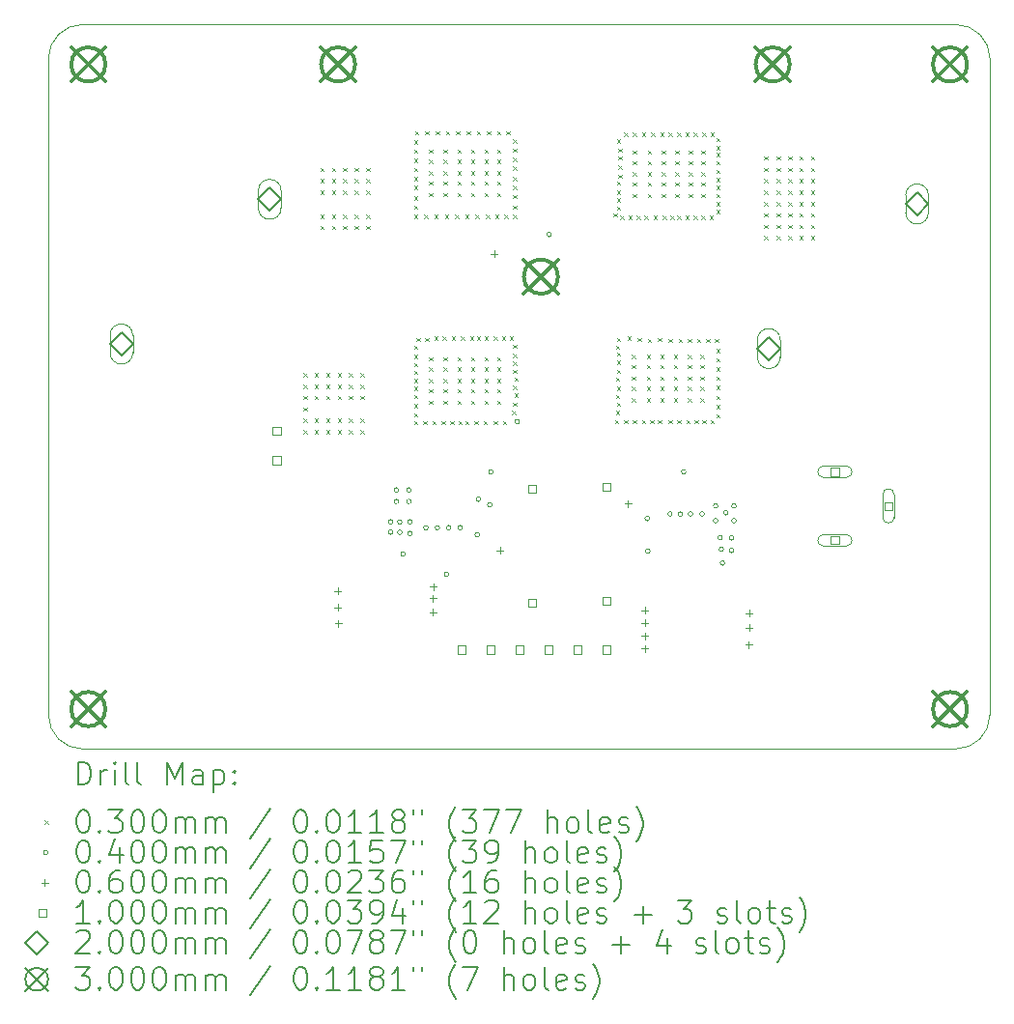
<source format=gbr>
%TF.GenerationSoftware,KiCad,Pcbnew,8.0.4*%
%TF.CreationDate,2024-11-20T17:06:16-05:00*%
%TF.ProjectId,big_hbridge,6269675f-6862-4726-9964-67652e6b6963,rev?*%
%TF.SameCoordinates,Original*%
%TF.FileFunction,Drillmap*%
%TF.FilePolarity,Positive*%
%FSLAX45Y45*%
G04 Gerber Fmt 4.5, Leading zero omitted, Abs format (unit mm)*
G04 Created by KiCad (PCBNEW 8.0.4) date 2024-11-20 17:06:16*
%MOMM*%
%LPD*%
G01*
G04 APERTURE LIST*
%ADD10C,0.050000*%
%ADD11C,0.200000*%
%ADD12C,0.100000*%
%ADD13C,0.300000*%
G04 APERTURE END LIST*
D10*
X7955000Y0D02*
G75*
G02*
X8255000Y-300000I0J-300000D01*
G01*
X8255000Y-6050000D02*
G75*
G02*
X7955000Y-6350000I-300000J0D01*
G01*
X0Y-300000D02*
G75*
G02*
X300000Y0I300000J0D01*
G01*
X300000Y-6350000D02*
G75*
G02*
X0Y-6050000I0J300000D01*
G01*
X300000Y0D02*
X7955000Y0D01*
X7955000Y-6350000D02*
X300000Y-6350000D01*
X8255000Y-300000D02*
X8255000Y-6050000D01*
X0Y-6050000D02*
X0Y-300000D01*
D11*
D12*
X2235000Y-3055000D02*
X2265000Y-3085000D01*
X2265000Y-3055000D02*
X2235000Y-3085000D01*
X2235000Y-3155000D02*
X2265000Y-3185000D01*
X2265000Y-3155000D02*
X2235000Y-3185000D01*
X2235000Y-3255000D02*
X2265000Y-3285000D01*
X2265000Y-3255000D02*
X2235000Y-3285000D01*
X2235000Y-3355000D02*
X2265000Y-3385000D01*
X2265000Y-3355000D02*
X2235000Y-3385000D01*
X2235000Y-3455000D02*
X2265000Y-3485000D01*
X2265000Y-3455000D02*
X2235000Y-3485000D01*
X2235000Y-3555000D02*
X2265000Y-3585000D01*
X2265000Y-3555000D02*
X2235000Y-3585000D01*
X2335000Y-3055000D02*
X2365000Y-3085000D01*
X2365000Y-3055000D02*
X2335000Y-3085000D01*
X2335000Y-3155000D02*
X2365000Y-3185000D01*
X2365000Y-3155000D02*
X2335000Y-3185000D01*
X2335000Y-3255000D02*
X2365000Y-3285000D01*
X2365000Y-3255000D02*
X2335000Y-3285000D01*
X2335000Y-3455000D02*
X2365000Y-3485000D01*
X2365000Y-3455000D02*
X2335000Y-3485000D01*
X2335000Y-3555000D02*
X2365000Y-3585000D01*
X2365000Y-3555000D02*
X2335000Y-3585000D01*
X2385000Y-1255000D02*
X2415000Y-1285000D01*
X2415000Y-1255000D02*
X2385000Y-1285000D01*
X2385000Y-1355000D02*
X2415000Y-1385000D01*
X2415000Y-1355000D02*
X2385000Y-1385000D01*
X2385000Y-1455000D02*
X2415000Y-1485000D01*
X2415000Y-1455000D02*
X2385000Y-1485000D01*
X2385000Y-1665000D02*
X2415000Y-1695000D01*
X2415000Y-1665000D02*
X2385000Y-1695000D01*
X2385000Y-1765000D02*
X2415000Y-1795000D01*
X2415000Y-1765000D02*
X2385000Y-1795000D01*
X2435000Y-3055000D02*
X2465000Y-3085000D01*
X2465000Y-3055000D02*
X2435000Y-3085000D01*
X2435000Y-3155000D02*
X2465000Y-3185000D01*
X2465000Y-3155000D02*
X2435000Y-3185000D01*
X2435000Y-3255000D02*
X2465000Y-3285000D01*
X2465000Y-3255000D02*
X2435000Y-3285000D01*
X2435000Y-3455000D02*
X2465000Y-3485000D01*
X2465000Y-3455000D02*
X2435000Y-3485000D01*
X2435000Y-3555000D02*
X2465000Y-3585000D01*
X2465000Y-3555000D02*
X2435000Y-3585000D01*
X2485000Y-1255000D02*
X2515000Y-1285000D01*
X2515000Y-1255000D02*
X2485000Y-1285000D01*
X2485000Y-1355000D02*
X2515000Y-1385000D01*
X2515000Y-1355000D02*
X2485000Y-1385000D01*
X2485000Y-1455000D02*
X2515000Y-1485000D01*
X2515000Y-1455000D02*
X2485000Y-1485000D01*
X2485000Y-1665000D02*
X2515000Y-1695000D01*
X2515000Y-1665000D02*
X2485000Y-1695000D01*
X2485000Y-1765000D02*
X2515000Y-1795000D01*
X2515000Y-1765000D02*
X2485000Y-1795000D01*
X2535000Y-3055000D02*
X2565000Y-3085000D01*
X2565000Y-3055000D02*
X2535000Y-3085000D01*
X2535000Y-3155000D02*
X2565000Y-3185000D01*
X2565000Y-3155000D02*
X2535000Y-3185000D01*
X2535000Y-3255000D02*
X2565000Y-3285000D01*
X2565000Y-3255000D02*
X2535000Y-3285000D01*
X2535000Y-3455000D02*
X2565000Y-3485000D01*
X2565000Y-3455000D02*
X2535000Y-3485000D01*
X2535000Y-3555000D02*
X2565000Y-3585000D01*
X2565000Y-3555000D02*
X2535000Y-3585000D01*
X2585000Y-1255000D02*
X2615000Y-1285000D01*
X2615000Y-1255000D02*
X2585000Y-1285000D01*
X2585000Y-1355000D02*
X2615000Y-1385000D01*
X2615000Y-1355000D02*
X2585000Y-1385000D01*
X2585000Y-1455000D02*
X2615000Y-1485000D01*
X2615000Y-1455000D02*
X2585000Y-1485000D01*
X2585000Y-1665000D02*
X2615000Y-1695000D01*
X2615000Y-1665000D02*
X2585000Y-1695000D01*
X2585000Y-1765000D02*
X2615000Y-1795000D01*
X2615000Y-1765000D02*
X2585000Y-1795000D01*
X2635000Y-3055000D02*
X2665000Y-3085000D01*
X2665000Y-3055000D02*
X2635000Y-3085000D01*
X2635000Y-3155000D02*
X2665000Y-3185000D01*
X2665000Y-3155000D02*
X2635000Y-3185000D01*
X2635000Y-3255000D02*
X2665000Y-3285000D01*
X2665000Y-3255000D02*
X2635000Y-3285000D01*
X2635000Y-3455000D02*
X2665000Y-3485000D01*
X2665000Y-3455000D02*
X2635000Y-3485000D01*
X2635000Y-3555000D02*
X2665000Y-3585000D01*
X2665000Y-3555000D02*
X2635000Y-3585000D01*
X2685000Y-1255000D02*
X2715000Y-1285000D01*
X2715000Y-1255000D02*
X2685000Y-1285000D01*
X2685000Y-1355000D02*
X2715000Y-1385000D01*
X2715000Y-1355000D02*
X2685000Y-1385000D01*
X2685000Y-1455000D02*
X2715000Y-1485000D01*
X2715000Y-1455000D02*
X2685000Y-1485000D01*
X2685000Y-1665000D02*
X2715000Y-1695000D01*
X2715000Y-1665000D02*
X2685000Y-1695000D01*
X2685000Y-1765000D02*
X2715000Y-1795000D01*
X2715000Y-1765000D02*
X2685000Y-1795000D01*
X2735000Y-3055000D02*
X2765000Y-3085000D01*
X2765000Y-3055000D02*
X2735000Y-3085000D01*
X2735000Y-3155000D02*
X2765000Y-3185000D01*
X2765000Y-3155000D02*
X2735000Y-3185000D01*
X2735000Y-3255000D02*
X2765000Y-3285000D01*
X2765000Y-3255000D02*
X2735000Y-3285000D01*
X2735000Y-3455000D02*
X2765000Y-3485000D01*
X2765000Y-3455000D02*
X2735000Y-3485000D01*
X2735000Y-3555000D02*
X2765000Y-3585000D01*
X2765000Y-3555000D02*
X2735000Y-3585000D01*
X2785000Y-1255000D02*
X2815000Y-1285000D01*
X2815000Y-1255000D02*
X2785000Y-1285000D01*
X2785000Y-1355000D02*
X2815000Y-1385000D01*
X2815000Y-1355000D02*
X2785000Y-1385000D01*
X2785000Y-1455000D02*
X2815000Y-1485000D01*
X2815000Y-1455000D02*
X2785000Y-1485000D01*
X2785000Y-1665000D02*
X2815000Y-1695000D01*
X2815000Y-1665000D02*
X2785000Y-1695000D01*
X2785000Y-1765000D02*
X2815000Y-1795000D01*
X2815000Y-1765000D02*
X2785000Y-1795000D01*
X3205000Y-1015000D02*
X3235000Y-1045000D01*
X3235000Y-1015000D02*
X3205000Y-1045000D01*
X3205000Y-1095000D02*
X3235000Y-1125000D01*
X3235000Y-1095000D02*
X3205000Y-1125000D01*
X3205000Y-1175000D02*
X3235000Y-1205000D01*
X3235000Y-1175000D02*
X3205000Y-1205000D01*
X3205000Y-1255000D02*
X3235000Y-1285000D01*
X3235000Y-1255000D02*
X3205000Y-1285000D01*
X3205000Y-1335000D02*
X3235000Y-1365000D01*
X3235000Y-1335000D02*
X3205000Y-1365000D01*
X3205000Y-1415000D02*
X3235000Y-1445000D01*
X3235000Y-1415000D02*
X3205000Y-1445000D01*
X3205000Y-1505000D02*
X3235000Y-1535000D01*
X3235000Y-1505000D02*
X3205000Y-1535000D01*
X3205000Y-1585000D02*
X3235000Y-1615000D01*
X3235000Y-1585000D02*
X3205000Y-1615000D01*
X3205000Y-1665000D02*
X3235000Y-1695000D01*
X3235000Y-1665000D02*
X3205000Y-1695000D01*
X3205000Y-2815000D02*
X3235000Y-2845000D01*
X3235000Y-2815000D02*
X3205000Y-2845000D01*
X3205000Y-2895000D02*
X3235000Y-2925000D01*
X3235000Y-2895000D02*
X3205000Y-2925000D01*
X3205000Y-2965000D02*
X3235000Y-2995000D01*
X3235000Y-2965000D02*
X3205000Y-2995000D01*
X3205000Y-3035000D02*
X3235000Y-3065000D01*
X3235000Y-3035000D02*
X3205000Y-3065000D01*
X3205000Y-3105000D02*
X3235000Y-3135000D01*
X3235000Y-3105000D02*
X3205000Y-3135000D01*
X3205000Y-3175000D02*
X3235000Y-3205000D01*
X3235000Y-3175000D02*
X3205000Y-3205000D01*
X3205000Y-3245000D02*
X3235000Y-3275000D01*
X3235000Y-3245000D02*
X3205000Y-3275000D01*
X3205000Y-3325000D02*
X3235000Y-3355000D01*
X3235000Y-3325000D02*
X3205000Y-3355000D01*
X3205000Y-3405000D02*
X3235000Y-3435000D01*
X3235000Y-3405000D02*
X3205000Y-3435000D01*
X3205000Y-3475000D02*
X3235000Y-3505000D01*
X3235000Y-3475000D02*
X3205000Y-3505000D01*
X3215000Y-935000D02*
X3245000Y-965000D01*
X3245000Y-935000D02*
X3215000Y-965000D01*
X3225000Y-2745000D02*
X3255000Y-2775000D01*
X3255000Y-2745000D02*
X3225000Y-2775000D01*
X3285000Y-3475000D02*
X3315000Y-3505000D01*
X3315000Y-3475000D02*
X3285000Y-3505000D01*
X3295000Y-1665000D02*
X3325000Y-1695000D01*
X3325000Y-1665000D02*
X3295000Y-1695000D01*
X3305000Y-935000D02*
X3335000Y-965000D01*
X3335000Y-935000D02*
X3305000Y-965000D01*
X3305000Y-2745000D02*
X3335000Y-2775000D01*
X3335000Y-2745000D02*
X3305000Y-2775000D01*
X3335000Y-1095000D02*
X3365000Y-1125000D01*
X3365000Y-1095000D02*
X3335000Y-1125000D01*
X3335000Y-1185000D02*
X3365000Y-1215000D01*
X3365000Y-1185000D02*
X3335000Y-1215000D01*
X3335000Y-1285000D02*
X3365000Y-1315000D01*
X3365000Y-1285000D02*
X3335000Y-1315000D01*
X3335000Y-1375000D02*
X3365000Y-1405000D01*
X3365000Y-1375000D02*
X3335000Y-1405000D01*
X3335000Y-1475000D02*
X3365000Y-1505000D01*
X3365000Y-1475000D02*
X3335000Y-1505000D01*
X3335000Y-2915000D02*
X3365000Y-2945000D01*
X3365000Y-2915000D02*
X3335000Y-2945000D01*
X3335000Y-3005000D02*
X3365000Y-3035000D01*
X3365000Y-3005000D02*
X3335000Y-3035000D01*
X3335000Y-3105000D02*
X3365000Y-3135000D01*
X3365000Y-3105000D02*
X3335000Y-3135000D01*
X3335000Y-3195000D02*
X3365000Y-3225000D01*
X3365000Y-3195000D02*
X3335000Y-3225000D01*
X3335000Y-3295000D02*
X3365000Y-3325000D01*
X3365000Y-3295000D02*
X3335000Y-3325000D01*
X3365000Y-3475000D02*
X3395000Y-3505000D01*
X3395000Y-3475000D02*
X3365000Y-3505000D01*
X3385000Y-1665000D02*
X3415000Y-1695000D01*
X3415000Y-1665000D02*
X3385000Y-1695000D01*
X3385000Y-2735000D02*
X3415000Y-2765000D01*
X3415000Y-2735000D02*
X3385000Y-2765000D01*
X3395000Y-935000D02*
X3425000Y-965000D01*
X3425000Y-935000D02*
X3395000Y-965000D01*
X3445000Y-3475000D02*
X3475000Y-3505000D01*
X3475000Y-3475000D02*
X3445000Y-3505000D01*
X3455000Y-2735000D02*
X3485000Y-2765000D01*
X3485000Y-2735000D02*
X3455000Y-2765000D01*
X3465000Y-1095000D02*
X3495000Y-1125000D01*
X3495000Y-1095000D02*
X3465000Y-1125000D01*
X3465000Y-1185000D02*
X3495000Y-1215000D01*
X3495000Y-1185000D02*
X3465000Y-1215000D01*
X3465000Y-1285000D02*
X3495000Y-1315000D01*
X3495000Y-1285000D02*
X3465000Y-1315000D01*
X3465000Y-1375000D02*
X3495000Y-1405000D01*
X3495000Y-1375000D02*
X3465000Y-1405000D01*
X3465000Y-1475000D02*
X3495000Y-1505000D01*
X3495000Y-1475000D02*
X3465000Y-1505000D01*
X3465000Y-2915000D02*
X3495000Y-2945000D01*
X3495000Y-2915000D02*
X3465000Y-2945000D01*
X3465000Y-3005000D02*
X3495000Y-3035000D01*
X3495000Y-3005000D02*
X3465000Y-3035000D01*
X3465000Y-3105000D02*
X3495000Y-3135000D01*
X3495000Y-3105000D02*
X3465000Y-3135000D01*
X3465000Y-3195000D02*
X3495000Y-3225000D01*
X3495000Y-3195000D02*
X3465000Y-3225000D01*
X3465000Y-3295000D02*
X3495000Y-3325000D01*
X3495000Y-3295000D02*
X3465000Y-3325000D01*
X3475000Y-1665000D02*
X3505000Y-1695000D01*
X3505000Y-1665000D02*
X3475000Y-1695000D01*
X3485000Y-935000D02*
X3515000Y-965000D01*
X3515000Y-935000D02*
X3485000Y-965000D01*
X3525000Y-3475000D02*
X3555000Y-3505000D01*
X3555000Y-3475000D02*
X3525000Y-3505000D01*
X3535000Y-2735000D02*
X3565000Y-2765000D01*
X3565000Y-2735000D02*
X3535000Y-2765000D01*
X3565000Y-1665000D02*
X3595000Y-1695000D01*
X3595000Y-1665000D02*
X3565000Y-1695000D01*
X3575000Y-935000D02*
X3605000Y-965000D01*
X3605000Y-935000D02*
X3575000Y-965000D01*
X3585000Y-1095000D02*
X3615000Y-1125000D01*
X3615000Y-1095000D02*
X3585000Y-1125000D01*
X3585000Y-1185000D02*
X3615000Y-1215000D01*
X3615000Y-1185000D02*
X3585000Y-1215000D01*
X3585000Y-1285000D02*
X3615000Y-1315000D01*
X3615000Y-1285000D02*
X3585000Y-1315000D01*
X3585000Y-1375000D02*
X3615000Y-1405000D01*
X3615000Y-1375000D02*
X3585000Y-1405000D01*
X3585000Y-1475000D02*
X3615000Y-1505000D01*
X3615000Y-1475000D02*
X3585000Y-1505000D01*
X3585000Y-2915000D02*
X3615000Y-2945000D01*
X3615000Y-2915000D02*
X3585000Y-2945000D01*
X3585000Y-3005000D02*
X3615000Y-3035000D01*
X3615000Y-3005000D02*
X3585000Y-3035000D01*
X3585000Y-3105000D02*
X3615000Y-3135000D01*
X3615000Y-3105000D02*
X3585000Y-3135000D01*
X3585000Y-3195000D02*
X3615000Y-3225000D01*
X3615000Y-3195000D02*
X3585000Y-3225000D01*
X3585000Y-3295000D02*
X3615000Y-3325000D01*
X3615000Y-3295000D02*
X3585000Y-3325000D01*
X3595000Y-3475000D02*
X3625000Y-3505000D01*
X3625000Y-3475000D02*
X3595000Y-3505000D01*
X3615000Y-2735000D02*
X3645000Y-2765000D01*
X3645000Y-2735000D02*
X3615000Y-2765000D01*
X3655000Y-1665000D02*
X3685000Y-1695000D01*
X3685000Y-1665000D02*
X3655000Y-1695000D01*
X3655000Y-3475000D02*
X3685000Y-3505000D01*
X3685000Y-3475000D02*
X3655000Y-3505000D01*
X3665000Y-935000D02*
X3695000Y-965000D01*
X3695000Y-935000D02*
X3665000Y-965000D01*
X3695000Y-2735000D02*
X3725000Y-2765000D01*
X3725000Y-2735000D02*
X3695000Y-2765000D01*
X3705000Y-1095000D02*
X3735000Y-1125000D01*
X3735000Y-1095000D02*
X3705000Y-1125000D01*
X3705000Y-1185000D02*
X3735000Y-1215000D01*
X3735000Y-1185000D02*
X3705000Y-1215000D01*
X3705000Y-1285000D02*
X3735000Y-1315000D01*
X3735000Y-1285000D02*
X3705000Y-1315000D01*
X3705000Y-1375000D02*
X3735000Y-1405000D01*
X3735000Y-1375000D02*
X3705000Y-1405000D01*
X3705000Y-1475000D02*
X3735000Y-1505000D01*
X3735000Y-1475000D02*
X3705000Y-1505000D01*
X3705000Y-2915000D02*
X3735000Y-2945000D01*
X3735000Y-2915000D02*
X3705000Y-2945000D01*
X3705000Y-3005000D02*
X3735000Y-3035000D01*
X3735000Y-3005000D02*
X3705000Y-3035000D01*
X3705000Y-3105000D02*
X3735000Y-3135000D01*
X3735000Y-3105000D02*
X3705000Y-3135000D01*
X3705000Y-3195000D02*
X3735000Y-3225000D01*
X3735000Y-3195000D02*
X3705000Y-3225000D01*
X3705000Y-3295000D02*
X3735000Y-3325000D01*
X3735000Y-3295000D02*
X3705000Y-3325000D01*
X3735000Y-3475000D02*
X3765000Y-3505000D01*
X3765000Y-3475000D02*
X3735000Y-3505000D01*
X3745000Y-1665000D02*
X3775000Y-1695000D01*
X3775000Y-1665000D02*
X3745000Y-1695000D01*
X3755000Y-935000D02*
X3785000Y-965000D01*
X3785000Y-935000D02*
X3755000Y-965000D01*
X3755000Y-2735000D02*
X3785000Y-2765000D01*
X3785000Y-2735000D02*
X3755000Y-2765000D01*
X3815000Y-3475000D02*
X3845000Y-3505000D01*
X3845000Y-3475000D02*
X3815000Y-3505000D01*
X3825000Y-1095000D02*
X3855000Y-1125000D01*
X3855000Y-1095000D02*
X3825000Y-1125000D01*
X3825000Y-1185000D02*
X3855000Y-1215000D01*
X3855000Y-1185000D02*
X3825000Y-1215000D01*
X3825000Y-1285000D02*
X3855000Y-1315000D01*
X3855000Y-1285000D02*
X3825000Y-1315000D01*
X3825000Y-1375000D02*
X3855000Y-1405000D01*
X3855000Y-1375000D02*
X3825000Y-1405000D01*
X3825000Y-1475000D02*
X3855000Y-1505000D01*
X3855000Y-1475000D02*
X3825000Y-1505000D01*
X3825000Y-2735000D02*
X3855000Y-2765000D01*
X3855000Y-2735000D02*
X3825000Y-2765000D01*
X3825000Y-2915000D02*
X3855000Y-2945000D01*
X3855000Y-2915000D02*
X3825000Y-2945000D01*
X3825000Y-3005000D02*
X3855000Y-3035000D01*
X3855000Y-3005000D02*
X3825000Y-3035000D01*
X3825000Y-3105000D02*
X3855000Y-3135000D01*
X3855000Y-3105000D02*
X3825000Y-3135000D01*
X3825000Y-3195000D02*
X3855000Y-3225000D01*
X3855000Y-3195000D02*
X3825000Y-3225000D01*
X3825000Y-3295000D02*
X3855000Y-3325000D01*
X3855000Y-3295000D02*
X3825000Y-3325000D01*
X3835000Y-1665000D02*
X3865000Y-1695000D01*
X3865000Y-1665000D02*
X3835000Y-1695000D01*
X3845000Y-935000D02*
X3875000Y-965000D01*
X3875000Y-935000D02*
X3845000Y-965000D01*
X3905000Y-2735000D02*
X3935000Y-2765000D01*
X3935000Y-2735000D02*
X3905000Y-2765000D01*
X3905000Y-3475000D02*
X3935000Y-3505000D01*
X3935000Y-3475000D02*
X3905000Y-3505000D01*
X3915000Y-1665000D02*
X3945000Y-1695000D01*
X3945000Y-1665000D02*
X3915000Y-1695000D01*
X3935000Y-935000D02*
X3965000Y-965000D01*
X3965000Y-935000D02*
X3935000Y-965000D01*
X3935000Y-1095000D02*
X3965000Y-1125000D01*
X3965000Y-1095000D02*
X3935000Y-1125000D01*
X3935000Y-1185000D02*
X3965000Y-1215000D01*
X3965000Y-1185000D02*
X3935000Y-1215000D01*
X3935000Y-1285000D02*
X3965000Y-1315000D01*
X3965000Y-1285000D02*
X3935000Y-1315000D01*
X3935000Y-1375000D02*
X3965000Y-1405000D01*
X3965000Y-1375000D02*
X3935000Y-1405000D01*
X3935000Y-1475000D02*
X3965000Y-1505000D01*
X3965000Y-1475000D02*
X3935000Y-1505000D01*
X3935000Y-2915000D02*
X3965000Y-2945000D01*
X3965000Y-2915000D02*
X3935000Y-2945000D01*
X3935000Y-3005000D02*
X3965000Y-3035000D01*
X3965000Y-3005000D02*
X3935000Y-3035000D01*
X3935000Y-3105000D02*
X3965000Y-3135000D01*
X3965000Y-3105000D02*
X3935000Y-3135000D01*
X3935000Y-3195000D02*
X3965000Y-3225000D01*
X3965000Y-3195000D02*
X3935000Y-3225000D01*
X3935000Y-3295000D02*
X3965000Y-3325000D01*
X3965000Y-3295000D02*
X3935000Y-3325000D01*
X3975000Y-2735000D02*
X4005000Y-2765000D01*
X4005000Y-2735000D02*
X3975000Y-2765000D01*
X3985000Y-3475000D02*
X4015000Y-3505000D01*
X4015000Y-3475000D02*
X3985000Y-3505000D01*
X3995000Y-1665000D02*
X4025000Y-1695000D01*
X4025000Y-1665000D02*
X3995000Y-1695000D01*
X4015000Y-935000D02*
X4045000Y-965000D01*
X4045000Y-935000D02*
X4015000Y-965000D01*
X4045000Y-2735000D02*
X4075000Y-2765000D01*
X4075000Y-2735000D02*
X4045000Y-2765000D01*
X4065000Y-3385000D02*
X4095000Y-3415000D01*
X4095000Y-3385000D02*
X4065000Y-3415000D01*
X4075000Y-1005000D02*
X4105000Y-1035000D01*
X4105000Y-1005000D02*
X4075000Y-1035000D01*
X4075000Y-1085000D02*
X4105000Y-1115000D01*
X4105000Y-1085000D02*
X4075000Y-1115000D01*
X4075000Y-1165000D02*
X4105000Y-1195000D01*
X4105000Y-1165000D02*
X4075000Y-1195000D01*
X4075000Y-1245000D02*
X4105000Y-1275000D01*
X4105000Y-1245000D02*
X4075000Y-1275000D01*
X4075000Y-1335000D02*
X4105000Y-1365000D01*
X4105000Y-1335000D02*
X4075000Y-1365000D01*
X4075000Y-1415000D02*
X4105000Y-1445000D01*
X4105000Y-1415000D02*
X4075000Y-1445000D01*
X4075000Y-1495000D02*
X4105000Y-1525000D01*
X4105000Y-1495000D02*
X4075000Y-1525000D01*
X4075000Y-1585000D02*
X4105000Y-1615000D01*
X4105000Y-1585000D02*
X4075000Y-1615000D01*
X4075000Y-1665000D02*
X4105000Y-1695000D01*
X4105000Y-1665000D02*
X4075000Y-1695000D01*
X4075000Y-2805000D02*
X4105000Y-2835000D01*
X4105000Y-2805000D02*
X4075000Y-2835000D01*
X4075000Y-2885000D02*
X4105000Y-2915000D01*
X4105000Y-2885000D02*
X4075000Y-2915000D01*
X4075000Y-2955000D02*
X4105000Y-2985000D01*
X4105000Y-2955000D02*
X4075000Y-2985000D01*
X4075000Y-3025000D02*
X4105000Y-3055000D01*
X4105000Y-3025000D02*
X4075000Y-3055000D01*
X4075000Y-3165000D02*
X4105000Y-3195000D01*
X4105000Y-3165000D02*
X4075000Y-3195000D01*
X4075000Y-3315000D02*
X4105000Y-3345000D01*
X4105000Y-3315000D02*
X4075000Y-3345000D01*
X4085000Y-3095000D02*
X4115000Y-3125000D01*
X4115000Y-3095000D02*
X4085000Y-3125000D01*
X4085000Y-3235000D02*
X4115000Y-3265000D01*
X4115000Y-3235000D02*
X4085000Y-3265000D01*
X4955000Y-1655000D02*
X4985000Y-1685000D01*
X4985000Y-1655000D02*
X4955000Y-1685000D01*
X4965000Y-3465000D02*
X4995000Y-3495000D01*
X4995000Y-3465000D02*
X4965000Y-3495000D01*
X4975000Y-2815000D02*
X5005000Y-2845000D01*
X5005000Y-2815000D02*
X4975000Y-2845000D01*
X4975000Y-3095000D02*
X5005000Y-3125000D01*
X5005000Y-3095000D02*
X4975000Y-3125000D01*
X4975000Y-3245000D02*
X5005000Y-3275000D01*
X5005000Y-3245000D02*
X4975000Y-3275000D01*
X4975000Y-3385000D02*
X5005000Y-3415000D01*
X5005000Y-3385000D02*
X4975000Y-3415000D01*
X4985000Y-1005000D02*
X5015000Y-1035000D01*
X5015000Y-1005000D02*
X4985000Y-1035000D01*
X4985000Y-1375000D02*
X5015000Y-1405000D01*
X5015000Y-1375000D02*
X4985000Y-1405000D01*
X4985000Y-1455000D02*
X5015000Y-1485000D01*
X5015000Y-1455000D02*
X4985000Y-1485000D01*
X4985000Y-1525000D02*
X5015000Y-1555000D01*
X5015000Y-1525000D02*
X4985000Y-1555000D01*
X4985000Y-1595000D02*
X5015000Y-1625000D01*
X5015000Y-1595000D02*
X4985000Y-1625000D01*
X4985000Y-2745000D02*
X5015000Y-2775000D01*
X5015000Y-2745000D02*
X4985000Y-2775000D01*
X4985000Y-2875000D02*
X5015000Y-2905000D01*
X5015000Y-2875000D02*
X4985000Y-2905000D01*
X4985000Y-2945000D02*
X5015000Y-2975000D01*
X5015000Y-2945000D02*
X4985000Y-2975000D01*
X4985000Y-3025000D02*
X5015000Y-3055000D01*
X5015000Y-3025000D02*
X4985000Y-3055000D01*
X4985000Y-3175000D02*
X5015000Y-3205000D01*
X5015000Y-3175000D02*
X4985000Y-3205000D01*
X4985000Y-3315000D02*
X5015000Y-3345000D01*
X5015000Y-3315000D02*
X4985000Y-3345000D01*
X4995000Y-1085000D02*
X5025000Y-1115000D01*
X5025000Y-1085000D02*
X4995000Y-1115000D01*
X4995000Y-1155000D02*
X5025000Y-1185000D01*
X5025000Y-1155000D02*
X4995000Y-1185000D01*
X4995000Y-1235000D02*
X5025000Y-1265000D01*
X5025000Y-1235000D02*
X4995000Y-1265000D01*
X4995000Y-1315000D02*
X5025000Y-1345000D01*
X5025000Y-1315000D02*
X4995000Y-1345000D01*
X5015000Y-1675000D02*
X5045000Y-1705000D01*
X5045000Y-1675000D02*
X5015000Y-1705000D01*
X5045000Y-945000D02*
X5075000Y-975000D01*
X5075000Y-945000D02*
X5045000Y-975000D01*
X5045000Y-3465000D02*
X5075000Y-3495000D01*
X5075000Y-3465000D02*
X5045000Y-3495000D01*
X5075000Y-2735000D02*
X5105000Y-2765000D01*
X5105000Y-2735000D02*
X5075000Y-2765000D01*
X5085000Y-1675000D02*
X5115000Y-1705000D01*
X5115000Y-1675000D02*
X5085000Y-1705000D01*
X5115000Y-2895000D02*
X5145000Y-2925000D01*
X5145000Y-2895000D02*
X5115000Y-2925000D01*
X5115000Y-2985000D02*
X5145000Y-3015000D01*
X5145000Y-2985000D02*
X5115000Y-3015000D01*
X5115000Y-3085000D02*
X5145000Y-3115000D01*
X5145000Y-3085000D02*
X5115000Y-3115000D01*
X5115000Y-3175000D02*
X5145000Y-3205000D01*
X5145000Y-3175000D02*
X5115000Y-3205000D01*
X5115000Y-3275000D02*
X5145000Y-3305000D01*
X5145000Y-3275000D02*
X5115000Y-3305000D01*
X5125000Y-945000D02*
X5155000Y-975000D01*
X5155000Y-945000D02*
X5125000Y-975000D01*
X5125000Y-1105000D02*
X5155000Y-1135000D01*
X5155000Y-1105000D02*
X5125000Y-1135000D01*
X5125000Y-1195000D02*
X5155000Y-1225000D01*
X5155000Y-1195000D02*
X5125000Y-1225000D01*
X5125000Y-1295000D02*
X5155000Y-1325000D01*
X5155000Y-1295000D02*
X5125000Y-1325000D01*
X5125000Y-1385000D02*
X5155000Y-1415000D01*
X5155000Y-1385000D02*
X5125000Y-1415000D01*
X5125000Y-1485000D02*
X5155000Y-1515000D01*
X5155000Y-1485000D02*
X5125000Y-1515000D01*
X5125000Y-3465000D02*
X5155000Y-3495000D01*
X5155000Y-3465000D02*
X5125000Y-3495000D01*
X5155000Y-1675000D02*
X5185000Y-1705000D01*
X5185000Y-1675000D02*
X5155000Y-1705000D01*
X5165000Y-2745000D02*
X5195000Y-2775000D01*
X5195000Y-2745000D02*
X5165000Y-2775000D01*
X5205000Y-945000D02*
X5235000Y-975000D01*
X5235000Y-945000D02*
X5205000Y-975000D01*
X5205000Y-3465000D02*
X5235000Y-3495000D01*
X5235000Y-3465000D02*
X5205000Y-3495000D01*
X5225000Y-1675000D02*
X5255000Y-1705000D01*
X5255000Y-1675000D02*
X5225000Y-1705000D01*
X5245000Y-2895000D02*
X5275000Y-2925000D01*
X5275000Y-2895000D02*
X5245000Y-2925000D01*
X5245000Y-2985000D02*
X5275000Y-3015000D01*
X5275000Y-2985000D02*
X5245000Y-3015000D01*
X5245000Y-3085000D02*
X5275000Y-3115000D01*
X5275000Y-3085000D02*
X5245000Y-3115000D01*
X5245000Y-3175000D02*
X5275000Y-3205000D01*
X5275000Y-3175000D02*
X5245000Y-3205000D01*
X5245000Y-3275000D02*
X5275000Y-3305000D01*
X5275000Y-3275000D02*
X5245000Y-3305000D01*
X5255000Y-1105000D02*
X5285000Y-1135000D01*
X5285000Y-1105000D02*
X5255000Y-1135000D01*
X5255000Y-1195000D02*
X5285000Y-1225000D01*
X5285000Y-1195000D02*
X5255000Y-1225000D01*
X5255000Y-1295000D02*
X5285000Y-1325000D01*
X5285000Y-1295000D02*
X5255000Y-1325000D01*
X5255000Y-1385000D02*
X5285000Y-1415000D01*
X5285000Y-1385000D02*
X5255000Y-1415000D01*
X5255000Y-1485000D02*
X5285000Y-1515000D01*
X5285000Y-1485000D02*
X5255000Y-1515000D01*
X5255000Y-2755000D02*
X5285000Y-2785000D01*
X5285000Y-2755000D02*
X5255000Y-2785000D01*
X5275000Y-3465000D02*
X5305000Y-3495000D01*
X5305000Y-3465000D02*
X5275000Y-3495000D01*
X5285000Y-945000D02*
X5315000Y-975000D01*
X5315000Y-945000D02*
X5285000Y-975000D01*
X5305000Y-1675000D02*
X5335000Y-1705000D01*
X5335000Y-1675000D02*
X5305000Y-1705000D01*
X5345000Y-2745000D02*
X5375000Y-2775000D01*
X5375000Y-2745000D02*
X5345000Y-2775000D01*
X5345000Y-3465000D02*
X5375000Y-3495000D01*
X5375000Y-3465000D02*
X5345000Y-3495000D01*
X5365000Y-945000D02*
X5395000Y-975000D01*
X5395000Y-945000D02*
X5365000Y-975000D01*
X5365000Y-2895000D02*
X5395000Y-2925000D01*
X5395000Y-2895000D02*
X5365000Y-2925000D01*
X5365000Y-2985000D02*
X5395000Y-3015000D01*
X5395000Y-2985000D02*
X5365000Y-3015000D01*
X5365000Y-3085000D02*
X5395000Y-3115000D01*
X5395000Y-3085000D02*
X5365000Y-3115000D01*
X5365000Y-3175000D02*
X5395000Y-3205000D01*
X5395000Y-3175000D02*
X5365000Y-3205000D01*
X5365000Y-3275000D02*
X5395000Y-3305000D01*
X5395000Y-3275000D02*
X5365000Y-3305000D01*
X5375000Y-1105000D02*
X5405000Y-1135000D01*
X5405000Y-1105000D02*
X5375000Y-1135000D01*
X5375000Y-1195000D02*
X5405000Y-1225000D01*
X5405000Y-1195000D02*
X5375000Y-1225000D01*
X5375000Y-1295000D02*
X5405000Y-1325000D01*
X5405000Y-1295000D02*
X5375000Y-1325000D01*
X5375000Y-1385000D02*
X5405000Y-1415000D01*
X5405000Y-1385000D02*
X5375000Y-1415000D01*
X5375000Y-1485000D02*
X5405000Y-1515000D01*
X5405000Y-1485000D02*
X5375000Y-1515000D01*
X5385000Y-1675000D02*
X5415000Y-1705000D01*
X5415000Y-1675000D02*
X5385000Y-1705000D01*
X5435000Y-945000D02*
X5465000Y-975000D01*
X5465000Y-945000D02*
X5435000Y-975000D01*
X5435000Y-2755000D02*
X5465000Y-2785000D01*
X5465000Y-2755000D02*
X5435000Y-2785000D01*
X5435000Y-3465000D02*
X5465000Y-3495000D01*
X5465000Y-3465000D02*
X5435000Y-3495000D01*
X5455000Y-1675000D02*
X5485000Y-1705000D01*
X5485000Y-1675000D02*
X5455000Y-1705000D01*
X5485000Y-2895000D02*
X5515000Y-2925000D01*
X5515000Y-2895000D02*
X5485000Y-2925000D01*
X5485000Y-2985000D02*
X5515000Y-3015000D01*
X5515000Y-2985000D02*
X5485000Y-3015000D01*
X5485000Y-3085000D02*
X5515000Y-3115000D01*
X5515000Y-3085000D02*
X5485000Y-3115000D01*
X5485000Y-3175000D02*
X5515000Y-3205000D01*
X5515000Y-3175000D02*
X5485000Y-3205000D01*
X5485000Y-3275000D02*
X5515000Y-3305000D01*
X5515000Y-3275000D02*
X5485000Y-3305000D01*
X5495000Y-1105000D02*
X5525000Y-1135000D01*
X5525000Y-1105000D02*
X5495000Y-1135000D01*
X5495000Y-1195000D02*
X5525000Y-1225000D01*
X5525000Y-1195000D02*
X5495000Y-1225000D01*
X5495000Y-1295000D02*
X5525000Y-1325000D01*
X5525000Y-1295000D02*
X5495000Y-1325000D01*
X5495000Y-1385000D02*
X5525000Y-1415000D01*
X5525000Y-1385000D02*
X5495000Y-1415000D01*
X5495000Y-1485000D02*
X5525000Y-1515000D01*
X5525000Y-1485000D02*
X5495000Y-1515000D01*
X5515000Y-945000D02*
X5545000Y-975000D01*
X5545000Y-945000D02*
X5515000Y-975000D01*
X5515000Y-1675000D02*
X5545000Y-1705000D01*
X5545000Y-1675000D02*
X5515000Y-1705000D01*
X5515000Y-3465000D02*
X5545000Y-3495000D01*
X5545000Y-3465000D02*
X5515000Y-3495000D01*
X5525000Y-2755000D02*
X5555000Y-2785000D01*
X5555000Y-2755000D02*
X5525000Y-2785000D01*
X5585000Y-945000D02*
X5615000Y-975000D01*
X5615000Y-945000D02*
X5585000Y-975000D01*
X5585000Y-1675000D02*
X5615000Y-1705000D01*
X5615000Y-1675000D02*
X5585000Y-1705000D01*
X5595000Y-3465000D02*
X5625000Y-3495000D01*
X5625000Y-3465000D02*
X5595000Y-3495000D01*
X5605000Y-2755000D02*
X5635000Y-2785000D01*
X5635000Y-2755000D02*
X5605000Y-2785000D01*
X5605000Y-2895000D02*
X5635000Y-2925000D01*
X5635000Y-2895000D02*
X5605000Y-2925000D01*
X5605000Y-2985000D02*
X5635000Y-3015000D01*
X5635000Y-2985000D02*
X5605000Y-3015000D01*
X5605000Y-3085000D02*
X5635000Y-3115000D01*
X5635000Y-3085000D02*
X5605000Y-3115000D01*
X5605000Y-3175000D02*
X5635000Y-3205000D01*
X5635000Y-3175000D02*
X5605000Y-3205000D01*
X5605000Y-3275000D02*
X5635000Y-3305000D01*
X5635000Y-3275000D02*
X5605000Y-3305000D01*
X5615000Y-1105000D02*
X5645000Y-1135000D01*
X5645000Y-1105000D02*
X5615000Y-1135000D01*
X5615000Y-1195000D02*
X5645000Y-1225000D01*
X5645000Y-1195000D02*
X5615000Y-1225000D01*
X5615000Y-1295000D02*
X5645000Y-1325000D01*
X5645000Y-1295000D02*
X5615000Y-1325000D01*
X5615000Y-1385000D02*
X5645000Y-1415000D01*
X5645000Y-1385000D02*
X5615000Y-1415000D01*
X5615000Y-1485000D02*
X5645000Y-1515000D01*
X5645000Y-1485000D02*
X5615000Y-1515000D01*
X5655000Y-945000D02*
X5685000Y-975000D01*
X5685000Y-945000D02*
X5655000Y-975000D01*
X5655000Y-1675000D02*
X5685000Y-1705000D01*
X5685000Y-1675000D02*
X5655000Y-1705000D01*
X5665000Y-3465000D02*
X5695000Y-3495000D01*
X5695000Y-3465000D02*
X5665000Y-3495000D01*
X5685000Y-2755000D02*
X5715000Y-2785000D01*
X5715000Y-2755000D02*
X5685000Y-2785000D01*
X5715000Y-2895000D02*
X5745000Y-2925000D01*
X5745000Y-2895000D02*
X5715000Y-2925000D01*
X5715000Y-2985000D02*
X5745000Y-3015000D01*
X5745000Y-2985000D02*
X5715000Y-3015000D01*
X5715000Y-3085000D02*
X5745000Y-3115000D01*
X5745000Y-3085000D02*
X5715000Y-3115000D01*
X5715000Y-3175000D02*
X5745000Y-3205000D01*
X5745000Y-3175000D02*
X5715000Y-3205000D01*
X5715000Y-3275000D02*
X5745000Y-3305000D01*
X5745000Y-3275000D02*
X5715000Y-3305000D01*
X5725000Y-1105000D02*
X5755000Y-1135000D01*
X5755000Y-1105000D02*
X5725000Y-1135000D01*
X5725000Y-1195000D02*
X5755000Y-1225000D01*
X5755000Y-1195000D02*
X5725000Y-1225000D01*
X5725000Y-1295000D02*
X5755000Y-1325000D01*
X5755000Y-1295000D02*
X5725000Y-1325000D01*
X5725000Y-1385000D02*
X5755000Y-1415000D01*
X5755000Y-1385000D02*
X5725000Y-1415000D01*
X5725000Y-1485000D02*
X5755000Y-1515000D01*
X5755000Y-1485000D02*
X5725000Y-1515000D01*
X5725000Y-1675000D02*
X5755000Y-1705000D01*
X5755000Y-1675000D02*
X5725000Y-1705000D01*
X5735000Y-945000D02*
X5765000Y-975000D01*
X5765000Y-945000D02*
X5735000Y-975000D01*
X5735000Y-3465000D02*
X5765000Y-3495000D01*
X5765000Y-3465000D02*
X5735000Y-3495000D01*
X5765000Y-2755000D02*
X5795000Y-2785000D01*
X5795000Y-2755000D02*
X5765000Y-2785000D01*
X5795000Y-1675000D02*
X5825000Y-1705000D01*
X5825000Y-1675000D02*
X5795000Y-1705000D01*
X5805000Y-945000D02*
X5835000Y-975000D01*
X5835000Y-945000D02*
X5805000Y-975000D01*
X5805000Y-3465000D02*
X5835000Y-3495000D01*
X5835000Y-3465000D02*
X5805000Y-3495000D01*
X5845000Y-2755000D02*
X5875000Y-2785000D01*
X5875000Y-2755000D02*
X5845000Y-2785000D01*
X5855000Y-995000D02*
X5885000Y-1025000D01*
X5885000Y-995000D02*
X5855000Y-1025000D01*
X5855000Y-1065000D02*
X5885000Y-1095000D01*
X5885000Y-1065000D02*
X5855000Y-1095000D01*
X5855000Y-1125000D02*
X5885000Y-1155000D01*
X5885000Y-1125000D02*
X5855000Y-1155000D01*
X5855000Y-1195000D02*
X5885000Y-1225000D01*
X5885000Y-1195000D02*
X5855000Y-1225000D01*
X5855000Y-1275000D02*
X5885000Y-1305000D01*
X5885000Y-1275000D02*
X5855000Y-1305000D01*
X5855000Y-1345000D02*
X5885000Y-1375000D01*
X5885000Y-1345000D02*
X5855000Y-1375000D01*
X5855000Y-1415000D02*
X5885000Y-1445000D01*
X5885000Y-1415000D02*
X5855000Y-1445000D01*
X5855000Y-1485000D02*
X5885000Y-1515000D01*
X5885000Y-1485000D02*
X5855000Y-1515000D01*
X5855000Y-1555000D02*
X5885000Y-1585000D01*
X5885000Y-1555000D02*
X5855000Y-1585000D01*
X5855000Y-1625000D02*
X5885000Y-1655000D01*
X5885000Y-1625000D02*
X5855000Y-1655000D01*
X5855000Y-2845000D02*
X5885000Y-2875000D01*
X5885000Y-2845000D02*
X5855000Y-2875000D01*
X5855000Y-2925000D02*
X5885000Y-2955000D01*
X5885000Y-2925000D02*
X5855000Y-2955000D01*
X5855000Y-3005000D02*
X5885000Y-3035000D01*
X5885000Y-3005000D02*
X5855000Y-3035000D01*
X5855000Y-3085000D02*
X5885000Y-3115000D01*
X5885000Y-3085000D02*
X5855000Y-3115000D01*
X5855000Y-3165000D02*
X5885000Y-3195000D01*
X5885000Y-3165000D02*
X5855000Y-3195000D01*
X5855000Y-3255000D02*
X5885000Y-3285000D01*
X5885000Y-3255000D02*
X5855000Y-3285000D01*
X5855000Y-3335000D02*
X5885000Y-3365000D01*
X5885000Y-3335000D02*
X5855000Y-3365000D01*
X5855000Y-3415000D02*
X5885000Y-3445000D01*
X5885000Y-3415000D02*
X5855000Y-3445000D01*
X6275000Y-1155000D02*
X6305000Y-1185000D01*
X6305000Y-1155000D02*
X6275000Y-1185000D01*
X6275000Y-1255000D02*
X6305000Y-1285000D01*
X6305000Y-1255000D02*
X6275000Y-1285000D01*
X6275000Y-1355000D02*
X6305000Y-1385000D01*
X6305000Y-1355000D02*
X6275000Y-1385000D01*
X6275000Y-1455000D02*
X6305000Y-1485000D01*
X6305000Y-1455000D02*
X6275000Y-1485000D01*
X6275000Y-1555000D02*
X6305000Y-1585000D01*
X6305000Y-1555000D02*
X6275000Y-1585000D01*
X6275000Y-1655000D02*
X6305000Y-1685000D01*
X6305000Y-1655000D02*
X6275000Y-1685000D01*
X6275000Y-1755000D02*
X6305000Y-1785000D01*
X6305000Y-1755000D02*
X6275000Y-1785000D01*
X6275000Y-1855000D02*
X6305000Y-1885000D01*
X6305000Y-1855000D02*
X6275000Y-1885000D01*
X6385000Y-1155000D02*
X6415000Y-1185000D01*
X6415000Y-1155000D02*
X6385000Y-1185000D01*
X6385000Y-1255000D02*
X6415000Y-1285000D01*
X6415000Y-1255000D02*
X6385000Y-1285000D01*
X6385000Y-1355000D02*
X6415000Y-1385000D01*
X6415000Y-1355000D02*
X6385000Y-1385000D01*
X6385000Y-1455000D02*
X6415000Y-1485000D01*
X6415000Y-1455000D02*
X6385000Y-1485000D01*
X6385000Y-1555000D02*
X6415000Y-1585000D01*
X6415000Y-1555000D02*
X6385000Y-1585000D01*
X6385000Y-1655000D02*
X6415000Y-1685000D01*
X6415000Y-1655000D02*
X6385000Y-1685000D01*
X6385000Y-1755000D02*
X6415000Y-1785000D01*
X6415000Y-1755000D02*
X6385000Y-1785000D01*
X6385000Y-1855000D02*
X6415000Y-1885000D01*
X6415000Y-1855000D02*
X6385000Y-1885000D01*
X6485000Y-1155000D02*
X6515000Y-1185000D01*
X6515000Y-1155000D02*
X6485000Y-1185000D01*
X6485000Y-1255000D02*
X6515000Y-1285000D01*
X6515000Y-1255000D02*
X6485000Y-1285000D01*
X6485000Y-1355000D02*
X6515000Y-1385000D01*
X6515000Y-1355000D02*
X6485000Y-1385000D01*
X6485000Y-1455000D02*
X6515000Y-1485000D01*
X6515000Y-1455000D02*
X6485000Y-1485000D01*
X6485000Y-1555000D02*
X6515000Y-1585000D01*
X6515000Y-1555000D02*
X6485000Y-1585000D01*
X6485000Y-1655000D02*
X6515000Y-1685000D01*
X6515000Y-1655000D02*
X6485000Y-1685000D01*
X6485000Y-1755000D02*
X6515000Y-1785000D01*
X6515000Y-1755000D02*
X6485000Y-1785000D01*
X6485000Y-1855000D02*
X6515000Y-1885000D01*
X6515000Y-1855000D02*
X6485000Y-1885000D01*
X6585000Y-1155000D02*
X6615000Y-1185000D01*
X6615000Y-1155000D02*
X6585000Y-1185000D01*
X6585000Y-1255000D02*
X6615000Y-1285000D01*
X6615000Y-1255000D02*
X6585000Y-1285000D01*
X6585000Y-1355000D02*
X6615000Y-1385000D01*
X6615000Y-1355000D02*
X6585000Y-1385000D01*
X6585000Y-1455000D02*
X6615000Y-1485000D01*
X6615000Y-1455000D02*
X6585000Y-1485000D01*
X6585000Y-1555000D02*
X6615000Y-1585000D01*
X6615000Y-1555000D02*
X6585000Y-1585000D01*
X6585000Y-1655000D02*
X6615000Y-1685000D01*
X6615000Y-1655000D02*
X6585000Y-1685000D01*
X6585000Y-1755000D02*
X6615000Y-1785000D01*
X6615000Y-1755000D02*
X6585000Y-1785000D01*
X6585000Y-1855000D02*
X6615000Y-1885000D01*
X6615000Y-1855000D02*
X6585000Y-1885000D01*
X6685000Y-1155000D02*
X6715000Y-1185000D01*
X6715000Y-1155000D02*
X6685000Y-1185000D01*
X6685000Y-1255000D02*
X6715000Y-1285000D01*
X6715000Y-1255000D02*
X6685000Y-1285000D01*
X6685000Y-1355000D02*
X6715000Y-1385000D01*
X6715000Y-1355000D02*
X6685000Y-1385000D01*
X6685000Y-1455000D02*
X6715000Y-1485000D01*
X6715000Y-1455000D02*
X6685000Y-1485000D01*
X6685000Y-1555000D02*
X6715000Y-1585000D01*
X6715000Y-1555000D02*
X6685000Y-1585000D01*
X6685000Y-1655000D02*
X6715000Y-1685000D01*
X6715000Y-1655000D02*
X6685000Y-1685000D01*
X6685000Y-1755000D02*
X6715000Y-1785000D01*
X6715000Y-1755000D02*
X6685000Y-1785000D01*
X6685000Y-1855000D02*
X6715000Y-1885000D01*
X6715000Y-1855000D02*
X6685000Y-1885000D01*
X3020000Y-4360000D02*
G75*
G02*
X2980000Y-4360000I-20000J0D01*
G01*
X2980000Y-4360000D02*
G75*
G02*
X3020000Y-4360000I20000J0D01*
G01*
X3020000Y-4450000D02*
G75*
G02*
X2980000Y-4450000I-20000J0D01*
G01*
X2980000Y-4450000D02*
G75*
G02*
X3020000Y-4450000I20000J0D01*
G01*
X3070000Y-4080000D02*
G75*
G02*
X3030000Y-4080000I-20000J0D01*
G01*
X3030000Y-4080000D02*
G75*
G02*
X3070000Y-4080000I20000J0D01*
G01*
X3070000Y-4180000D02*
G75*
G02*
X3030000Y-4180000I-20000J0D01*
G01*
X3030000Y-4180000D02*
G75*
G02*
X3070000Y-4180000I20000J0D01*
G01*
X3100000Y-4360000D02*
G75*
G02*
X3060000Y-4360000I-20000J0D01*
G01*
X3060000Y-4360000D02*
G75*
G02*
X3100000Y-4360000I20000J0D01*
G01*
X3100000Y-4450000D02*
G75*
G02*
X3060000Y-4450000I-20000J0D01*
G01*
X3060000Y-4450000D02*
G75*
G02*
X3100000Y-4450000I20000J0D01*
G01*
X3130000Y-4640000D02*
G75*
G02*
X3090000Y-4640000I-20000J0D01*
G01*
X3090000Y-4640000D02*
G75*
G02*
X3130000Y-4640000I20000J0D01*
G01*
X3180000Y-4080000D02*
G75*
G02*
X3140000Y-4080000I-20000J0D01*
G01*
X3140000Y-4080000D02*
G75*
G02*
X3180000Y-4080000I20000J0D01*
G01*
X3180000Y-4180000D02*
G75*
G02*
X3140000Y-4180000I-20000J0D01*
G01*
X3140000Y-4180000D02*
G75*
G02*
X3180000Y-4180000I20000J0D01*
G01*
X3190000Y-4360000D02*
G75*
G02*
X3150000Y-4360000I-20000J0D01*
G01*
X3150000Y-4360000D02*
G75*
G02*
X3190000Y-4360000I20000J0D01*
G01*
X3190000Y-4460000D02*
G75*
G02*
X3150000Y-4460000I-20000J0D01*
G01*
X3150000Y-4460000D02*
G75*
G02*
X3190000Y-4460000I20000J0D01*
G01*
X3330000Y-4410000D02*
G75*
G02*
X3290000Y-4410000I-20000J0D01*
G01*
X3290000Y-4410000D02*
G75*
G02*
X3330000Y-4410000I20000J0D01*
G01*
X3430000Y-4410000D02*
G75*
G02*
X3390000Y-4410000I-20000J0D01*
G01*
X3390000Y-4410000D02*
G75*
G02*
X3430000Y-4410000I20000J0D01*
G01*
X3510000Y-4820000D02*
G75*
G02*
X3470000Y-4820000I-20000J0D01*
G01*
X3470000Y-4820000D02*
G75*
G02*
X3510000Y-4820000I20000J0D01*
G01*
X3530000Y-4410000D02*
G75*
G02*
X3490000Y-4410000I-20000J0D01*
G01*
X3490000Y-4410000D02*
G75*
G02*
X3530000Y-4410000I20000J0D01*
G01*
X3630000Y-4410000D02*
G75*
G02*
X3590000Y-4410000I-20000J0D01*
G01*
X3590000Y-4410000D02*
G75*
G02*
X3630000Y-4410000I20000J0D01*
G01*
X3780000Y-4470000D02*
G75*
G02*
X3740000Y-4470000I-20000J0D01*
G01*
X3740000Y-4470000D02*
G75*
G02*
X3780000Y-4470000I20000J0D01*
G01*
X3790000Y-4160000D02*
G75*
G02*
X3750000Y-4160000I-20000J0D01*
G01*
X3750000Y-4160000D02*
G75*
G02*
X3790000Y-4160000I20000J0D01*
G01*
X3890000Y-4210000D02*
G75*
G02*
X3850000Y-4210000I-20000J0D01*
G01*
X3850000Y-4210000D02*
G75*
G02*
X3890000Y-4210000I20000J0D01*
G01*
X3900000Y-3920000D02*
G75*
G02*
X3860000Y-3920000I-20000J0D01*
G01*
X3860000Y-3920000D02*
G75*
G02*
X3900000Y-3920000I20000J0D01*
G01*
X4130000Y-3480000D02*
G75*
G02*
X4090000Y-3480000I-20000J0D01*
G01*
X4090000Y-3480000D02*
G75*
G02*
X4130000Y-3480000I20000J0D01*
G01*
X4410000Y-1840000D02*
G75*
G02*
X4370000Y-1840000I-20000J0D01*
G01*
X4370000Y-1840000D02*
G75*
G02*
X4410000Y-1840000I20000J0D01*
G01*
X5270000Y-4330000D02*
G75*
G02*
X5230000Y-4330000I-20000J0D01*
G01*
X5230000Y-4330000D02*
G75*
G02*
X5270000Y-4330000I20000J0D01*
G01*
X5275000Y-4615000D02*
G75*
G02*
X5235000Y-4615000I-20000J0D01*
G01*
X5235000Y-4615000D02*
G75*
G02*
X5275000Y-4615000I20000J0D01*
G01*
X5470000Y-4290000D02*
G75*
G02*
X5430000Y-4290000I-20000J0D01*
G01*
X5430000Y-4290000D02*
G75*
G02*
X5470000Y-4290000I20000J0D01*
G01*
X5560000Y-4290000D02*
G75*
G02*
X5520000Y-4290000I-20000J0D01*
G01*
X5520000Y-4290000D02*
G75*
G02*
X5560000Y-4290000I20000J0D01*
G01*
X5590000Y-3920000D02*
G75*
G02*
X5550000Y-3920000I-20000J0D01*
G01*
X5550000Y-3920000D02*
G75*
G02*
X5590000Y-3920000I20000J0D01*
G01*
X5650000Y-4290000D02*
G75*
G02*
X5610000Y-4290000I-20000J0D01*
G01*
X5610000Y-4290000D02*
G75*
G02*
X5650000Y-4290000I20000J0D01*
G01*
X5750000Y-4290000D02*
G75*
G02*
X5710000Y-4290000I-20000J0D01*
G01*
X5710000Y-4290000D02*
G75*
G02*
X5750000Y-4290000I20000J0D01*
G01*
X5870000Y-4220000D02*
G75*
G02*
X5830000Y-4220000I-20000J0D01*
G01*
X5830000Y-4220000D02*
G75*
G02*
X5870000Y-4220000I20000J0D01*
G01*
X5870000Y-4350000D02*
G75*
G02*
X5830000Y-4350000I-20000J0D01*
G01*
X5830000Y-4350000D02*
G75*
G02*
X5870000Y-4350000I20000J0D01*
G01*
X5908469Y-4496156D02*
G75*
G02*
X5868469Y-4496156I-20000J0D01*
G01*
X5868469Y-4496156D02*
G75*
G02*
X5908469Y-4496156I20000J0D01*
G01*
X5920000Y-4600000D02*
G75*
G02*
X5880000Y-4600000I-20000J0D01*
G01*
X5880000Y-4600000D02*
G75*
G02*
X5920000Y-4600000I20000J0D01*
G01*
X5930000Y-4720000D02*
G75*
G02*
X5890000Y-4720000I-20000J0D01*
G01*
X5890000Y-4720000D02*
G75*
G02*
X5930000Y-4720000I20000J0D01*
G01*
X5960000Y-4280000D02*
G75*
G02*
X5920000Y-4280000I-20000J0D01*
G01*
X5920000Y-4280000D02*
G75*
G02*
X5960000Y-4280000I20000J0D01*
G01*
X6010000Y-4500000D02*
G75*
G02*
X5970000Y-4500000I-20000J0D01*
G01*
X5970000Y-4500000D02*
G75*
G02*
X6010000Y-4500000I20000J0D01*
G01*
X6010000Y-4610000D02*
G75*
G02*
X5970000Y-4610000I-20000J0D01*
G01*
X5970000Y-4610000D02*
G75*
G02*
X6010000Y-4610000I20000J0D01*
G01*
X6030000Y-4220000D02*
G75*
G02*
X5990000Y-4220000I-20000J0D01*
G01*
X5990000Y-4220000D02*
G75*
G02*
X6030000Y-4220000I20000J0D01*
G01*
X6030000Y-4350000D02*
G75*
G02*
X5990000Y-4350000I-20000J0D01*
G01*
X5990000Y-4350000D02*
G75*
G02*
X6030000Y-4350000I20000J0D01*
G01*
X2535000Y-4935000D02*
X2535000Y-4995000D01*
X2505000Y-4965000D02*
X2565000Y-4965000D01*
X2535000Y-5080000D02*
X2535000Y-5140000D01*
X2505000Y-5110000D02*
X2565000Y-5110000D01*
X2540000Y-5220000D02*
X2540000Y-5280000D01*
X2510000Y-5250000D02*
X2570000Y-5250000D01*
X3370000Y-5000000D02*
X3370000Y-5060000D01*
X3340000Y-5030000D02*
X3400000Y-5030000D01*
X3370000Y-5120000D02*
X3370000Y-5180000D01*
X3340000Y-5150000D02*
X3400000Y-5150000D01*
X3375000Y-4895000D02*
X3375000Y-4955000D01*
X3345000Y-4925000D02*
X3405000Y-4925000D01*
X3910000Y-1980000D02*
X3910000Y-2040000D01*
X3880000Y-2010000D02*
X3940000Y-2010000D01*
X3960000Y-4580000D02*
X3960000Y-4640000D01*
X3930000Y-4610000D02*
X3990000Y-4610000D01*
X5080000Y-4170000D02*
X5080000Y-4230000D01*
X5050000Y-4200000D02*
X5110000Y-4200000D01*
X5230000Y-5105000D02*
X5230000Y-5165000D01*
X5200000Y-5135000D02*
X5260000Y-5135000D01*
X5230000Y-5215000D02*
X5230000Y-5275000D01*
X5200000Y-5245000D02*
X5260000Y-5245000D01*
X5230000Y-5330000D02*
X5230000Y-5390000D01*
X5200000Y-5360000D02*
X5260000Y-5360000D01*
X5230000Y-5440000D02*
X5230000Y-5500000D01*
X5200000Y-5470000D02*
X5260000Y-5470000D01*
X6140000Y-5405000D02*
X6140000Y-5465000D01*
X6110000Y-5435000D02*
X6170000Y-5435000D01*
X6145000Y-5130000D02*
X6145000Y-5190000D01*
X6115000Y-5160000D02*
X6175000Y-5160000D01*
X6145000Y-5255000D02*
X6145000Y-5315000D01*
X6115000Y-5285000D02*
X6175000Y-5285000D01*
X2035356Y-3595356D02*
X2035356Y-3524644D01*
X1964644Y-3524644D01*
X1964644Y-3595356D01*
X2035356Y-3595356D01*
X2035356Y-3855356D02*
X2035356Y-3784644D01*
X1964644Y-3784644D01*
X1964644Y-3855356D01*
X2035356Y-3855356D01*
X3657356Y-5515356D02*
X3657356Y-5444644D01*
X3586644Y-5444644D01*
X3586644Y-5515356D01*
X3657356Y-5515356D01*
X3911356Y-5515356D02*
X3911356Y-5444644D01*
X3840644Y-5444644D01*
X3840644Y-5515356D01*
X3911356Y-5515356D01*
X4165356Y-5515356D02*
X4165356Y-5444644D01*
X4094644Y-5444644D01*
X4094644Y-5515356D01*
X4165356Y-5515356D01*
X4275356Y-4105356D02*
X4275356Y-4034644D01*
X4204644Y-4034644D01*
X4204644Y-4105356D01*
X4275356Y-4105356D01*
X4275356Y-5105356D02*
X4275356Y-5034644D01*
X4204644Y-5034644D01*
X4204644Y-5105356D01*
X4275356Y-5105356D01*
X4419356Y-5515356D02*
X4419356Y-5444644D01*
X4348644Y-5444644D01*
X4348644Y-5515356D01*
X4419356Y-5515356D01*
X4673356Y-5515356D02*
X4673356Y-5444644D01*
X4602644Y-5444644D01*
X4602644Y-5515356D01*
X4673356Y-5515356D01*
X4927356Y-5515356D02*
X4927356Y-5444644D01*
X4856644Y-5444644D01*
X4856644Y-5515356D01*
X4927356Y-5515356D01*
X4929106Y-4089106D02*
X4929106Y-4018394D01*
X4858394Y-4018394D01*
X4858394Y-4089106D01*
X4929106Y-4089106D01*
X4929106Y-5089106D02*
X4929106Y-5018394D01*
X4858394Y-5018394D01*
X4858394Y-5089106D01*
X4929106Y-5089106D01*
X6930356Y-3955356D02*
X6930356Y-3884644D01*
X6859644Y-3884644D01*
X6859644Y-3955356D01*
X6930356Y-3955356D01*
X6795000Y-3970000D02*
X6995000Y-3970000D01*
X6995000Y-3870000D02*
G75*
G02*
X6995000Y-3970000I0J-50000D01*
G01*
X6995000Y-3870000D02*
X6795000Y-3870000D01*
X6795000Y-3870000D02*
G75*
G03*
X6795000Y-3970000I0J-50000D01*
G01*
X6930356Y-4555356D02*
X6930356Y-4484644D01*
X6859644Y-4484644D01*
X6859644Y-4555356D01*
X6930356Y-4555356D01*
X6795000Y-4570000D02*
X6995000Y-4570000D01*
X6995000Y-4470000D02*
G75*
G02*
X6995000Y-4570000I0J-50000D01*
G01*
X6995000Y-4470000D02*
X6795000Y-4470000D01*
X6795000Y-4470000D02*
G75*
G03*
X6795000Y-4570000I0J-50000D01*
G01*
X7400356Y-4255356D02*
X7400356Y-4184644D01*
X7329644Y-4184644D01*
X7329644Y-4255356D01*
X7400356Y-4255356D01*
X7415000Y-4320000D02*
X7415000Y-4120000D01*
X7315000Y-4120000D02*
G75*
G02*
X7415000Y-4120000I50000J0D01*
G01*
X7315000Y-4120000D02*
X7315000Y-4320000D01*
X7315000Y-4320000D02*
G75*
G03*
X7415000Y-4320000I50000J0D01*
G01*
D11*
X640000Y-2900000D02*
X740000Y-2800000D01*
X640000Y-2700000D01*
X540000Y-2800000D01*
X640000Y-2900000D01*
D12*
X540000Y-2725000D02*
X540000Y-2875000D01*
X740000Y-2875000D02*
G75*
G02*
X540000Y-2875000I-100000J0D01*
G01*
X740000Y-2875000D02*
X740000Y-2725000D01*
X740000Y-2725000D02*
G75*
G03*
X540000Y-2725000I-100000J0D01*
G01*
D11*
X1940000Y-1632000D02*
X2040000Y-1532000D01*
X1940000Y-1432000D01*
X1840000Y-1532000D01*
X1940000Y-1632000D01*
D12*
X1840000Y-1457000D02*
X1840000Y-1607000D01*
X2040000Y-1607000D02*
G75*
G02*
X1840000Y-1607000I-100000J0D01*
G01*
X2040000Y-1607000D02*
X2040000Y-1457000D01*
X2040000Y-1457000D02*
G75*
G03*
X1840000Y-1457000I-100000J0D01*
G01*
D11*
X6315767Y-2940241D02*
X6415767Y-2840241D01*
X6315767Y-2740242D01*
X6215767Y-2840241D01*
X6315767Y-2940241D01*
D12*
X6415767Y-2915241D02*
X6415767Y-2765242D01*
X6215767Y-2765242D02*
G75*
G02*
X6415767Y-2765242I100000J0D01*
G01*
X6215767Y-2765242D02*
X6215767Y-2915241D01*
X6215767Y-2915241D02*
G75*
G03*
X6415767Y-2915241I100000J0D01*
G01*
D11*
X7615767Y-1672241D02*
X7715767Y-1572241D01*
X7615767Y-1472241D01*
X7515767Y-1572241D01*
X7615767Y-1672241D01*
D12*
X7715767Y-1647241D02*
X7715767Y-1497241D01*
X7515767Y-1497241D02*
G75*
G02*
X7715767Y-1497241I100000J0D01*
G01*
X7515767Y-1497241D02*
X7515767Y-1647241D01*
X7515767Y-1647241D02*
G75*
G03*
X7715767Y-1647241I100000J0D01*
G01*
D13*
X200000Y-200000D02*
X500000Y-500000D01*
X500000Y-200000D02*
X200000Y-500000D01*
X500000Y-350000D02*
G75*
G02*
X200000Y-350000I-150000J0D01*
G01*
X200000Y-350000D02*
G75*
G02*
X500000Y-350000I150000J0D01*
G01*
X200000Y-5850000D02*
X500000Y-6150000D01*
X500000Y-5850000D02*
X200000Y-6150000D01*
X500000Y-6000000D02*
G75*
G02*
X200000Y-6000000I-150000J0D01*
G01*
X200000Y-6000000D02*
G75*
G02*
X500000Y-6000000I150000J0D01*
G01*
X2390000Y-200000D02*
X2690000Y-500000D01*
X2690000Y-200000D02*
X2390000Y-500000D01*
X2690000Y-350000D02*
G75*
G02*
X2390000Y-350000I-150000J0D01*
G01*
X2390000Y-350000D02*
G75*
G02*
X2690000Y-350000I150000J0D01*
G01*
X4168000Y-2060000D02*
X4468000Y-2360000D01*
X4468000Y-2060000D02*
X4168000Y-2360000D01*
X4468000Y-2210000D02*
G75*
G02*
X4168000Y-2210000I-150000J0D01*
G01*
X4168000Y-2210000D02*
G75*
G02*
X4468000Y-2210000I150000J0D01*
G01*
X6200000Y-200000D02*
X6500000Y-500000D01*
X6500000Y-200000D02*
X6200000Y-500000D01*
X6500000Y-350000D02*
G75*
G02*
X6200000Y-350000I-150000J0D01*
G01*
X6200000Y-350000D02*
G75*
G02*
X6500000Y-350000I150000J0D01*
G01*
X7755000Y-200000D02*
X8055000Y-500000D01*
X8055000Y-200000D02*
X7755000Y-500000D01*
X8055000Y-350000D02*
G75*
G02*
X7755000Y-350000I-150000J0D01*
G01*
X7755000Y-350000D02*
G75*
G02*
X8055000Y-350000I150000J0D01*
G01*
X7755000Y-5850000D02*
X8055000Y-6150000D01*
X8055000Y-5850000D02*
X7755000Y-6150000D01*
X8055000Y-6000000D02*
G75*
G02*
X7755000Y-6000000I-150000J0D01*
G01*
X7755000Y-6000000D02*
G75*
G02*
X8055000Y-6000000I150000J0D01*
G01*
D11*
X258277Y-6663984D02*
X258277Y-6463984D01*
X258277Y-6463984D02*
X305896Y-6463984D01*
X305896Y-6463984D02*
X334467Y-6473508D01*
X334467Y-6473508D02*
X353515Y-6492555D01*
X353515Y-6492555D02*
X363039Y-6511603D01*
X363039Y-6511603D02*
X372562Y-6549698D01*
X372562Y-6549698D02*
X372562Y-6578269D01*
X372562Y-6578269D02*
X363039Y-6616365D01*
X363039Y-6616365D02*
X353515Y-6635412D01*
X353515Y-6635412D02*
X334467Y-6654460D01*
X334467Y-6654460D02*
X305896Y-6663984D01*
X305896Y-6663984D02*
X258277Y-6663984D01*
X458277Y-6663984D02*
X458277Y-6530650D01*
X458277Y-6568746D02*
X467801Y-6549698D01*
X467801Y-6549698D02*
X477324Y-6540174D01*
X477324Y-6540174D02*
X496372Y-6530650D01*
X496372Y-6530650D02*
X515420Y-6530650D01*
X582086Y-6663984D02*
X582086Y-6530650D01*
X582086Y-6463984D02*
X572563Y-6473508D01*
X572563Y-6473508D02*
X582086Y-6483031D01*
X582086Y-6483031D02*
X591610Y-6473508D01*
X591610Y-6473508D02*
X582086Y-6463984D01*
X582086Y-6463984D02*
X582086Y-6483031D01*
X705896Y-6663984D02*
X686848Y-6654460D01*
X686848Y-6654460D02*
X677324Y-6635412D01*
X677324Y-6635412D02*
X677324Y-6463984D01*
X810658Y-6663984D02*
X791610Y-6654460D01*
X791610Y-6654460D02*
X782086Y-6635412D01*
X782086Y-6635412D02*
X782086Y-6463984D01*
X1039229Y-6663984D02*
X1039229Y-6463984D01*
X1039229Y-6463984D02*
X1105896Y-6606841D01*
X1105896Y-6606841D02*
X1172563Y-6463984D01*
X1172563Y-6463984D02*
X1172563Y-6663984D01*
X1353515Y-6663984D02*
X1353515Y-6559222D01*
X1353515Y-6559222D02*
X1343991Y-6540174D01*
X1343991Y-6540174D02*
X1324944Y-6530650D01*
X1324944Y-6530650D02*
X1286848Y-6530650D01*
X1286848Y-6530650D02*
X1267801Y-6540174D01*
X1353515Y-6654460D02*
X1334467Y-6663984D01*
X1334467Y-6663984D02*
X1286848Y-6663984D01*
X1286848Y-6663984D02*
X1267801Y-6654460D01*
X1267801Y-6654460D02*
X1258277Y-6635412D01*
X1258277Y-6635412D02*
X1258277Y-6616365D01*
X1258277Y-6616365D02*
X1267801Y-6597317D01*
X1267801Y-6597317D02*
X1286848Y-6587793D01*
X1286848Y-6587793D02*
X1334467Y-6587793D01*
X1334467Y-6587793D02*
X1353515Y-6578269D01*
X1448753Y-6530650D02*
X1448753Y-6730650D01*
X1448753Y-6540174D02*
X1467801Y-6530650D01*
X1467801Y-6530650D02*
X1505896Y-6530650D01*
X1505896Y-6530650D02*
X1524943Y-6540174D01*
X1524943Y-6540174D02*
X1534467Y-6549698D01*
X1534467Y-6549698D02*
X1543991Y-6568746D01*
X1543991Y-6568746D02*
X1543991Y-6625888D01*
X1543991Y-6625888D02*
X1534467Y-6644936D01*
X1534467Y-6644936D02*
X1524943Y-6654460D01*
X1524943Y-6654460D02*
X1505896Y-6663984D01*
X1505896Y-6663984D02*
X1467801Y-6663984D01*
X1467801Y-6663984D02*
X1448753Y-6654460D01*
X1629705Y-6644936D02*
X1639229Y-6654460D01*
X1639229Y-6654460D02*
X1629705Y-6663984D01*
X1629705Y-6663984D02*
X1620182Y-6654460D01*
X1620182Y-6654460D02*
X1629705Y-6644936D01*
X1629705Y-6644936D02*
X1629705Y-6663984D01*
X1629705Y-6540174D02*
X1639229Y-6549698D01*
X1639229Y-6549698D02*
X1629705Y-6559222D01*
X1629705Y-6559222D02*
X1620182Y-6549698D01*
X1620182Y-6549698D02*
X1629705Y-6540174D01*
X1629705Y-6540174D02*
X1629705Y-6559222D01*
D12*
X-32500Y-6977500D02*
X-2500Y-7007500D01*
X-2500Y-6977500D02*
X-32500Y-7007500D01*
D11*
X296372Y-6883984D02*
X315420Y-6883984D01*
X315420Y-6883984D02*
X334467Y-6893508D01*
X334467Y-6893508D02*
X343991Y-6903031D01*
X343991Y-6903031D02*
X353515Y-6922079D01*
X353515Y-6922079D02*
X363039Y-6960174D01*
X363039Y-6960174D02*
X363039Y-7007793D01*
X363039Y-7007793D02*
X353515Y-7045888D01*
X353515Y-7045888D02*
X343991Y-7064936D01*
X343991Y-7064936D02*
X334467Y-7074460D01*
X334467Y-7074460D02*
X315420Y-7083984D01*
X315420Y-7083984D02*
X296372Y-7083984D01*
X296372Y-7083984D02*
X277324Y-7074460D01*
X277324Y-7074460D02*
X267801Y-7064936D01*
X267801Y-7064936D02*
X258277Y-7045888D01*
X258277Y-7045888D02*
X248753Y-7007793D01*
X248753Y-7007793D02*
X248753Y-6960174D01*
X248753Y-6960174D02*
X258277Y-6922079D01*
X258277Y-6922079D02*
X267801Y-6903031D01*
X267801Y-6903031D02*
X277324Y-6893508D01*
X277324Y-6893508D02*
X296372Y-6883984D01*
X448753Y-7064936D02*
X458277Y-7074460D01*
X458277Y-7074460D02*
X448753Y-7083984D01*
X448753Y-7083984D02*
X439229Y-7074460D01*
X439229Y-7074460D02*
X448753Y-7064936D01*
X448753Y-7064936D02*
X448753Y-7083984D01*
X524944Y-6883984D02*
X648753Y-6883984D01*
X648753Y-6883984D02*
X582086Y-6960174D01*
X582086Y-6960174D02*
X610658Y-6960174D01*
X610658Y-6960174D02*
X629705Y-6969698D01*
X629705Y-6969698D02*
X639229Y-6979222D01*
X639229Y-6979222D02*
X648753Y-6998269D01*
X648753Y-6998269D02*
X648753Y-7045888D01*
X648753Y-7045888D02*
X639229Y-7064936D01*
X639229Y-7064936D02*
X629705Y-7074460D01*
X629705Y-7074460D02*
X610658Y-7083984D01*
X610658Y-7083984D02*
X553515Y-7083984D01*
X553515Y-7083984D02*
X534467Y-7074460D01*
X534467Y-7074460D02*
X524944Y-7064936D01*
X772562Y-6883984D02*
X791610Y-6883984D01*
X791610Y-6883984D02*
X810658Y-6893508D01*
X810658Y-6893508D02*
X820182Y-6903031D01*
X820182Y-6903031D02*
X829705Y-6922079D01*
X829705Y-6922079D02*
X839229Y-6960174D01*
X839229Y-6960174D02*
X839229Y-7007793D01*
X839229Y-7007793D02*
X829705Y-7045888D01*
X829705Y-7045888D02*
X820182Y-7064936D01*
X820182Y-7064936D02*
X810658Y-7074460D01*
X810658Y-7074460D02*
X791610Y-7083984D01*
X791610Y-7083984D02*
X772562Y-7083984D01*
X772562Y-7083984D02*
X753515Y-7074460D01*
X753515Y-7074460D02*
X743991Y-7064936D01*
X743991Y-7064936D02*
X734467Y-7045888D01*
X734467Y-7045888D02*
X724943Y-7007793D01*
X724943Y-7007793D02*
X724943Y-6960174D01*
X724943Y-6960174D02*
X734467Y-6922079D01*
X734467Y-6922079D02*
X743991Y-6903031D01*
X743991Y-6903031D02*
X753515Y-6893508D01*
X753515Y-6893508D02*
X772562Y-6883984D01*
X963039Y-6883984D02*
X982086Y-6883984D01*
X982086Y-6883984D02*
X1001134Y-6893508D01*
X1001134Y-6893508D02*
X1010658Y-6903031D01*
X1010658Y-6903031D02*
X1020182Y-6922079D01*
X1020182Y-6922079D02*
X1029705Y-6960174D01*
X1029705Y-6960174D02*
X1029705Y-7007793D01*
X1029705Y-7007793D02*
X1020182Y-7045888D01*
X1020182Y-7045888D02*
X1010658Y-7064936D01*
X1010658Y-7064936D02*
X1001134Y-7074460D01*
X1001134Y-7074460D02*
X982086Y-7083984D01*
X982086Y-7083984D02*
X963039Y-7083984D01*
X963039Y-7083984D02*
X943991Y-7074460D01*
X943991Y-7074460D02*
X934467Y-7064936D01*
X934467Y-7064936D02*
X924943Y-7045888D01*
X924943Y-7045888D02*
X915420Y-7007793D01*
X915420Y-7007793D02*
X915420Y-6960174D01*
X915420Y-6960174D02*
X924943Y-6922079D01*
X924943Y-6922079D02*
X934467Y-6903031D01*
X934467Y-6903031D02*
X943991Y-6893508D01*
X943991Y-6893508D02*
X963039Y-6883984D01*
X1115420Y-7083984D02*
X1115420Y-6950650D01*
X1115420Y-6969698D02*
X1124944Y-6960174D01*
X1124944Y-6960174D02*
X1143991Y-6950650D01*
X1143991Y-6950650D02*
X1172563Y-6950650D01*
X1172563Y-6950650D02*
X1191610Y-6960174D01*
X1191610Y-6960174D02*
X1201134Y-6979222D01*
X1201134Y-6979222D02*
X1201134Y-7083984D01*
X1201134Y-6979222D02*
X1210658Y-6960174D01*
X1210658Y-6960174D02*
X1229705Y-6950650D01*
X1229705Y-6950650D02*
X1258277Y-6950650D01*
X1258277Y-6950650D02*
X1277325Y-6960174D01*
X1277325Y-6960174D02*
X1286848Y-6979222D01*
X1286848Y-6979222D02*
X1286848Y-7083984D01*
X1382086Y-7083984D02*
X1382086Y-6950650D01*
X1382086Y-6969698D02*
X1391610Y-6960174D01*
X1391610Y-6960174D02*
X1410658Y-6950650D01*
X1410658Y-6950650D02*
X1439229Y-6950650D01*
X1439229Y-6950650D02*
X1458277Y-6960174D01*
X1458277Y-6960174D02*
X1467801Y-6979222D01*
X1467801Y-6979222D02*
X1467801Y-7083984D01*
X1467801Y-6979222D02*
X1477324Y-6960174D01*
X1477324Y-6960174D02*
X1496372Y-6950650D01*
X1496372Y-6950650D02*
X1524943Y-6950650D01*
X1524943Y-6950650D02*
X1543991Y-6960174D01*
X1543991Y-6960174D02*
X1553515Y-6979222D01*
X1553515Y-6979222D02*
X1553515Y-7083984D01*
X1943991Y-6874460D02*
X1772563Y-7131603D01*
X2201134Y-6883984D02*
X2220182Y-6883984D01*
X2220182Y-6883984D02*
X2239229Y-6893508D01*
X2239229Y-6893508D02*
X2248753Y-6903031D01*
X2248753Y-6903031D02*
X2258277Y-6922079D01*
X2258277Y-6922079D02*
X2267801Y-6960174D01*
X2267801Y-6960174D02*
X2267801Y-7007793D01*
X2267801Y-7007793D02*
X2258277Y-7045888D01*
X2258277Y-7045888D02*
X2248753Y-7064936D01*
X2248753Y-7064936D02*
X2239229Y-7074460D01*
X2239229Y-7074460D02*
X2220182Y-7083984D01*
X2220182Y-7083984D02*
X2201134Y-7083984D01*
X2201134Y-7083984D02*
X2182087Y-7074460D01*
X2182087Y-7074460D02*
X2172563Y-7064936D01*
X2172563Y-7064936D02*
X2163039Y-7045888D01*
X2163039Y-7045888D02*
X2153515Y-7007793D01*
X2153515Y-7007793D02*
X2153515Y-6960174D01*
X2153515Y-6960174D02*
X2163039Y-6922079D01*
X2163039Y-6922079D02*
X2172563Y-6903031D01*
X2172563Y-6903031D02*
X2182087Y-6893508D01*
X2182087Y-6893508D02*
X2201134Y-6883984D01*
X2353515Y-7064936D02*
X2363039Y-7074460D01*
X2363039Y-7074460D02*
X2353515Y-7083984D01*
X2353515Y-7083984D02*
X2343991Y-7074460D01*
X2343991Y-7074460D02*
X2353515Y-7064936D01*
X2353515Y-7064936D02*
X2353515Y-7083984D01*
X2486848Y-6883984D02*
X2505896Y-6883984D01*
X2505896Y-6883984D02*
X2524944Y-6893508D01*
X2524944Y-6893508D02*
X2534468Y-6903031D01*
X2534468Y-6903031D02*
X2543991Y-6922079D01*
X2543991Y-6922079D02*
X2553515Y-6960174D01*
X2553515Y-6960174D02*
X2553515Y-7007793D01*
X2553515Y-7007793D02*
X2543991Y-7045888D01*
X2543991Y-7045888D02*
X2534468Y-7064936D01*
X2534468Y-7064936D02*
X2524944Y-7074460D01*
X2524944Y-7074460D02*
X2505896Y-7083984D01*
X2505896Y-7083984D02*
X2486848Y-7083984D01*
X2486848Y-7083984D02*
X2467801Y-7074460D01*
X2467801Y-7074460D02*
X2458277Y-7064936D01*
X2458277Y-7064936D02*
X2448753Y-7045888D01*
X2448753Y-7045888D02*
X2439229Y-7007793D01*
X2439229Y-7007793D02*
X2439229Y-6960174D01*
X2439229Y-6960174D02*
X2448753Y-6922079D01*
X2448753Y-6922079D02*
X2458277Y-6903031D01*
X2458277Y-6903031D02*
X2467801Y-6893508D01*
X2467801Y-6893508D02*
X2486848Y-6883984D01*
X2743991Y-7083984D02*
X2629706Y-7083984D01*
X2686848Y-7083984D02*
X2686848Y-6883984D01*
X2686848Y-6883984D02*
X2667801Y-6912555D01*
X2667801Y-6912555D02*
X2648753Y-6931603D01*
X2648753Y-6931603D02*
X2629706Y-6941127D01*
X2934467Y-7083984D02*
X2820182Y-7083984D01*
X2877325Y-7083984D02*
X2877325Y-6883984D01*
X2877325Y-6883984D02*
X2858277Y-6912555D01*
X2858277Y-6912555D02*
X2839229Y-6931603D01*
X2839229Y-6931603D02*
X2820182Y-6941127D01*
X3048753Y-6969698D02*
X3029706Y-6960174D01*
X3029706Y-6960174D02*
X3020182Y-6950650D01*
X3020182Y-6950650D02*
X3010658Y-6931603D01*
X3010658Y-6931603D02*
X3010658Y-6922079D01*
X3010658Y-6922079D02*
X3020182Y-6903031D01*
X3020182Y-6903031D02*
X3029706Y-6893508D01*
X3029706Y-6893508D02*
X3048753Y-6883984D01*
X3048753Y-6883984D02*
X3086848Y-6883984D01*
X3086848Y-6883984D02*
X3105896Y-6893508D01*
X3105896Y-6893508D02*
X3115420Y-6903031D01*
X3115420Y-6903031D02*
X3124944Y-6922079D01*
X3124944Y-6922079D02*
X3124944Y-6931603D01*
X3124944Y-6931603D02*
X3115420Y-6950650D01*
X3115420Y-6950650D02*
X3105896Y-6960174D01*
X3105896Y-6960174D02*
X3086848Y-6969698D01*
X3086848Y-6969698D02*
X3048753Y-6969698D01*
X3048753Y-6969698D02*
X3029706Y-6979222D01*
X3029706Y-6979222D02*
X3020182Y-6988746D01*
X3020182Y-6988746D02*
X3010658Y-7007793D01*
X3010658Y-7007793D02*
X3010658Y-7045888D01*
X3010658Y-7045888D02*
X3020182Y-7064936D01*
X3020182Y-7064936D02*
X3029706Y-7074460D01*
X3029706Y-7074460D02*
X3048753Y-7083984D01*
X3048753Y-7083984D02*
X3086848Y-7083984D01*
X3086848Y-7083984D02*
X3105896Y-7074460D01*
X3105896Y-7074460D02*
X3115420Y-7064936D01*
X3115420Y-7064936D02*
X3124944Y-7045888D01*
X3124944Y-7045888D02*
X3124944Y-7007793D01*
X3124944Y-7007793D02*
X3115420Y-6988746D01*
X3115420Y-6988746D02*
X3105896Y-6979222D01*
X3105896Y-6979222D02*
X3086848Y-6969698D01*
X3201134Y-6883984D02*
X3201134Y-6922079D01*
X3277325Y-6883984D02*
X3277325Y-6922079D01*
X3572563Y-7160174D02*
X3563039Y-7150650D01*
X3563039Y-7150650D02*
X3543991Y-7122079D01*
X3543991Y-7122079D02*
X3534468Y-7103031D01*
X3534468Y-7103031D02*
X3524944Y-7074460D01*
X3524944Y-7074460D02*
X3515420Y-7026841D01*
X3515420Y-7026841D02*
X3515420Y-6988746D01*
X3515420Y-6988746D02*
X3524944Y-6941127D01*
X3524944Y-6941127D02*
X3534468Y-6912555D01*
X3534468Y-6912555D02*
X3543991Y-6893508D01*
X3543991Y-6893508D02*
X3563039Y-6864936D01*
X3563039Y-6864936D02*
X3572563Y-6855412D01*
X3629706Y-6883984D02*
X3753515Y-6883984D01*
X3753515Y-6883984D02*
X3686848Y-6960174D01*
X3686848Y-6960174D02*
X3715420Y-6960174D01*
X3715420Y-6960174D02*
X3734468Y-6969698D01*
X3734468Y-6969698D02*
X3743991Y-6979222D01*
X3743991Y-6979222D02*
X3753515Y-6998269D01*
X3753515Y-6998269D02*
X3753515Y-7045888D01*
X3753515Y-7045888D02*
X3743991Y-7064936D01*
X3743991Y-7064936D02*
X3734468Y-7074460D01*
X3734468Y-7074460D02*
X3715420Y-7083984D01*
X3715420Y-7083984D02*
X3658277Y-7083984D01*
X3658277Y-7083984D02*
X3639229Y-7074460D01*
X3639229Y-7074460D02*
X3629706Y-7064936D01*
X3820182Y-6883984D02*
X3953515Y-6883984D01*
X3953515Y-6883984D02*
X3867801Y-7083984D01*
X4010658Y-6883984D02*
X4143991Y-6883984D01*
X4143991Y-6883984D02*
X4058277Y-7083984D01*
X4372563Y-7083984D02*
X4372563Y-6883984D01*
X4458277Y-7083984D02*
X4458277Y-6979222D01*
X4458277Y-6979222D02*
X4448753Y-6960174D01*
X4448753Y-6960174D02*
X4429706Y-6950650D01*
X4429706Y-6950650D02*
X4401134Y-6950650D01*
X4401134Y-6950650D02*
X4382087Y-6960174D01*
X4382087Y-6960174D02*
X4372563Y-6969698D01*
X4582087Y-7083984D02*
X4563039Y-7074460D01*
X4563039Y-7074460D02*
X4553515Y-7064936D01*
X4553515Y-7064936D02*
X4543992Y-7045888D01*
X4543992Y-7045888D02*
X4543992Y-6988746D01*
X4543992Y-6988746D02*
X4553515Y-6969698D01*
X4553515Y-6969698D02*
X4563039Y-6960174D01*
X4563039Y-6960174D02*
X4582087Y-6950650D01*
X4582087Y-6950650D02*
X4610658Y-6950650D01*
X4610658Y-6950650D02*
X4629706Y-6960174D01*
X4629706Y-6960174D02*
X4639230Y-6969698D01*
X4639230Y-6969698D02*
X4648753Y-6988746D01*
X4648753Y-6988746D02*
X4648753Y-7045888D01*
X4648753Y-7045888D02*
X4639230Y-7064936D01*
X4639230Y-7064936D02*
X4629706Y-7074460D01*
X4629706Y-7074460D02*
X4610658Y-7083984D01*
X4610658Y-7083984D02*
X4582087Y-7083984D01*
X4763039Y-7083984D02*
X4743992Y-7074460D01*
X4743992Y-7074460D02*
X4734468Y-7055412D01*
X4734468Y-7055412D02*
X4734468Y-6883984D01*
X4915420Y-7074460D02*
X4896373Y-7083984D01*
X4896373Y-7083984D02*
X4858277Y-7083984D01*
X4858277Y-7083984D02*
X4839230Y-7074460D01*
X4839230Y-7074460D02*
X4829706Y-7055412D01*
X4829706Y-7055412D02*
X4829706Y-6979222D01*
X4829706Y-6979222D02*
X4839230Y-6960174D01*
X4839230Y-6960174D02*
X4858277Y-6950650D01*
X4858277Y-6950650D02*
X4896373Y-6950650D01*
X4896373Y-6950650D02*
X4915420Y-6960174D01*
X4915420Y-6960174D02*
X4924944Y-6979222D01*
X4924944Y-6979222D02*
X4924944Y-6998269D01*
X4924944Y-6998269D02*
X4829706Y-7017317D01*
X5001134Y-7074460D02*
X5020182Y-7083984D01*
X5020182Y-7083984D02*
X5058277Y-7083984D01*
X5058277Y-7083984D02*
X5077325Y-7074460D01*
X5077325Y-7074460D02*
X5086849Y-7055412D01*
X5086849Y-7055412D02*
X5086849Y-7045888D01*
X5086849Y-7045888D02*
X5077325Y-7026841D01*
X5077325Y-7026841D02*
X5058277Y-7017317D01*
X5058277Y-7017317D02*
X5029706Y-7017317D01*
X5029706Y-7017317D02*
X5010658Y-7007793D01*
X5010658Y-7007793D02*
X5001134Y-6988746D01*
X5001134Y-6988746D02*
X5001134Y-6979222D01*
X5001134Y-6979222D02*
X5010658Y-6960174D01*
X5010658Y-6960174D02*
X5029706Y-6950650D01*
X5029706Y-6950650D02*
X5058277Y-6950650D01*
X5058277Y-6950650D02*
X5077325Y-6960174D01*
X5153515Y-7160174D02*
X5163039Y-7150650D01*
X5163039Y-7150650D02*
X5182087Y-7122079D01*
X5182087Y-7122079D02*
X5191611Y-7103031D01*
X5191611Y-7103031D02*
X5201134Y-7074460D01*
X5201134Y-7074460D02*
X5210658Y-7026841D01*
X5210658Y-7026841D02*
X5210658Y-6988746D01*
X5210658Y-6988746D02*
X5201134Y-6941127D01*
X5201134Y-6941127D02*
X5191611Y-6912555D01*
X5191611Y-6912555D02*
X5182087Y-6893508D01*
X5182087Y-6893508D02*
X5163039Y-6864936D01*
X5163039Y-6864936D02*
X5153515Y-6855412D01*
D12*
X-2500Y-7256500D02*
G75*
G02*
X-42500Y-7256500I-20000J0D01*
G01*
X-42500Y-7256500D02*
G75*
G02*
X-2500Y-7256500I20000J0D01*
G01*
D11*
X296372Y-7147984D02*
X315420Y-7147984D01*
X315420Y-7147984D02*
X334467Y-7157508D01*
X334467Y-7157508D02*
X343991Y-7167031D01*
X343991Y-7167031D02*
X353515Y-7186079D01*
X353515Y-7186079D02*
X363039Y-7224174D01*
X363039Y-7224174D02*
X363039Y-7271793D01*
X363039Y-7271793D02*
X353515Y-7309888D01*
X353515Y-7309888D02*
X343991Y-7328936D01*
X343991Y-7328936D02*
X334467Y-7338460D01*
X334467Y-7338460D02*
X315420Y-7347984D01*
X315420Y-7347984D02*
X296372Y-7347984D01*
X296372Y-7347984D02*
X277324Y-7338460D01*
X277324Y-7338460D02*
X267801Y-7328936D01*
X267801Y-7328936D02*
X258277Y-7309888D01*
X258277Y-7309888D02*
X248753Y-7271793D01*
X248753Y-7271793D02*
X248753Y-7224174D01*
X248753Y-7224174D02*
X258277Y-7186079D01*
X258277Y-7186079D02*
X267801Y-7167031D01*
X267801Y-7167031D02*
X277324Y-7157508D01*
X277324Y-7157508D02*
X296372Y-7147984D01*
X448753Y-7328936D02*
X458277Y-7338460D01*
X458277Y-7338460D02*
X448753Y-7347984D01*
X448753Y-7347984D02*
X439229Y-7338460D01*
X439229Y-7338460D02*
X448753Y-7328936D01*
X448753Y-7328936D02*
X448753Y-7347984D01*
X629705Y-7214650D02*
X629705Y-7347984D01*
X582086Y-7138460D02*
X534467Y-7281317D01*
X534467Y-7281317D02*
X658277Y-7281317D01*
X772562Y-7147984D02*
X791610Y-7147984D01*
X791610Y-7147984D02*
X810658Y-7157508D01*
X810658Y-7157508D02*
X820182Y-7167031D01*
X820182Y-7167031D02*
X829705Y-7186079D01*
X829705Y-7186079D02*
X839229Y-7224174D01*
X839229Y-7224174D02*
X839229Y-7271793D01*
X839229Y-7271793D02*
X829705Y-7309888D01*
X829705Y-7309888D02*
X820182Y-7328936D01*
X820182Y-7328936D02*
X810658Y-7338460D01*
X810658Y-7338460D02*
X791610Y-7347984D01*
X791610Y-7347984D02*
X772562Y-7347984D01*
X772562Y-7347984D02*
X753515Y-7338460D01*
X753515Y-7338460D02*
X743991Y-7328936D01*
X743991Y-7328936D02*
X734467Y-7309888D01*
X734467Y-7309888D02*
X724943Y-7271793D01*
X724943Y-7271793D02*
X724943Y-7224174D01*
X724943Y-7224174D02*
X734467Y-7186079D01*
X734467Y-7186079D02*
X743991Y-7167031D01*
X743991Y-7167031D02*
X753515Y-7157508D01*
X753515Y-7157508D02*
X772562Y-7147984D01*
X963039Y-7147984D02*
X982086Y-7147984D01*
X982086Y-7147984D02*
X1001134Y-7157508D01*
X1001134Y-7157508D02*
X1010658Y-7167031D01*
X1010658Y-7167031D02*
X1020182Y-7186079D01*
X1020182Y-7186079D02*
X1029705Y-7224174D01*
X1029705Y-7224174D02*
X1029705Y-7271793D01*
X1029705Y-7271793D02*
X1020182Y-7309888D01*
X1020182Y-7309888D02*
X1010658Y-7328936D01*
X1010658Y-7328936D02*
X1001134Y-7338460D01*
X1001134Y-7338460D02*
X982086Y-7347984D01*
X982086Y-7347984D02*
X963039Y-7347984D01*
X963039Y-7347984D02*
X943991Y-7338460D01*
X943991Y-7338460D02*
X934467Y-7328936D01*
X934467Y-7328936D02*
X924943Y-7309888D01*
X924943Y-7309888D02*
X915420Y-7271793D01*
X915420Y-7271793D02*
X915420Y-7224174D01*
X915420Y-7224174D02*
X924943Y-7186079D01*
X924943Y-7186079D02*
X934467Y-7167031D01*
X934467Y-7167031D02*
X943991Y-7157508D01*
X943991Y-7157508D02*
X963039Y-7147984D01*
X1115420Y-7347984D02*
X1115420Y-7214650D01*
X1115420Y-7233698D02*
X1124944Y-7224174D01*
X1124944Y-7224174D02*
X1143991Y-7214650D01*
X1143991Y-7214650D02*
X1172563Y-7214650D01*
X1172563Y-7214650D02*
X1191610Y-7224174D01*
X1191610Y-7224174D02*
X1201134Y-7243222D01*
X1201134Y-7243222D02*
X1201134Y-7347984D01*
X1201134Y-7243222D02*
X1210658Y-7224174D01*
X1210658Y-7224174D02*
X1229705Y-7214650D01*
X1229705Y-7214650D02*
X1258277Y-7214650D01*
X1258277Y-7214650D02*
X1277325Y-7224174D01*
X1277325Y-7224174D02*
X1286848Y-7243222D01*
X1286848Y-7243222D02*
X1286848Y-7347984D01*
X1382086Y-7347984D02*
X1382086Y-7214650D01*
X1382086Y-7233698D02*
X1391610Y-7224174D01*
X1391610Y-7224174D02*
X1410658Y-7214650D01*
X1410658Y-7214650D02*
X1439229Y-7214650D01*
X1439229Y-7214650D02*
X1458277Y-7224174D01*
X1458277Y-7224174D02*
X1467801Y-7243222D01*
X1467801Y-7243222D02*
X1467801Y-7347984D01*
X1467801Y-7243222D02*
X1477324Y-7224174D01*
X1477324Y-7224174D02*
X1496372Y-7214650D01*
X1496372Y-7214650D02*
X1524943Y-7214650D01*
X1524943Y-7214650D02*
X1543991Y-7224174D01*
X1543991Y-7224174D02*
X1553515Y-7243222D01*
X1553515Y-7243222D02*
X1553515Y-7347984D01*
X1943991Y-7138460D02*
X1772563Y-7395603D01*
X2201134Y-7147984D02*
X2220182Y-7147984D01*
X2220182Y-7147984D02*
X2239229Y-7157508D01*
X2239229Y-7157508D02*
X2248753Y-7167031D01*
X2248753Y-7167031D02*
X2258277Y-7186079D01*
X2258277Y-7186079D02*
X2267801Y-7224174D01*
X2267801Y-7224174D02*
X2267801Y-7271793D01*
X2267801Y-7271793D02*
X2258277Y-7309888D01*
X2258277Y-7309888D02*
X2248753Y-7328936D01*
X2248753Y-7328936D02*
X2239229Y-7338460D01*
X2239229Y-7338460D02*
X2220182Y-7347984D01*
X2220182Y-7347984D02*
X2201134Y-7347984D01*
X2201134Y-7347984D02*
X2182087Y-7338460D01*
X2182087Y-7338460D02*
X2172563Y-7328936D01*
X2172563Y-7328936D02*
X2163039Y-7309888D01*
X2163039Y-7309888D02*
X2153515Y-7271793D01*
X2153515Y-7271793D02*
X2153515Y-7224174D01*
X2153515Y-7224174D02*
X2163039Y-7186079D01*
X2163039Y-7186079D02*
X2172563Y-7167031D01*
X2172563Y-7167031D02*
X2182087Y-7157508D01*
X2182087Y-7157508D02*
X2201134Y-7147984D01*
X2353515Y-7328936D02*
X2363039Y-7338460D01*
X2363039Y-7338460D02*
X2353515Y-7347984D01*
X2353515Y-7347984D02*
X2343991Y-7338460D01*
X2343991Y-7338460D02*
X2353515Y-7328936D01*
X2353515Y-7328936D02*
X2353515Y-7347984D01*
X2486848Y-7147984D02*
X2505896Y-7147984D01*
X2505896Y-7147984D02*
X2524944Y-7157508D01*
X2524944Y-7157508D02*
X2534468Y-7167031D01*
X2534468Y-7167031D02*
X2543991Y-7186079D01*
X2543991Y-7186079D02*
X2553515Y-7224174D01*
X2553515Y-7224174D02*
X2553515Y-7271793D01*
X2553515Y-7271793D02*
X2543991Y-7309888D01*
X2543991Y-7309888D02*
X2534468Y-7328936D01*
X2534468Y-7328936D02*
X2524944Y-7338460D01*
X2524944Y-7338460D02*
X2505896Y-7347984D01*
X2505896Y-7347984D02*
X2486848Y-7347984D01*
X2486848Y-7347984D02*
X2467801Y-7338460D01*
X2467801Y-7338460D02*
X2458277Y-7328936D01*
X2458277Y-7328936D02*
X2448753Y-7309888D01*
X2448753Y-7309888D02*
X2439229Y-7271793D01*
X2439229Y-7271793D02*
X2439229Y-7224174D01*
X2439229Y-7224174D02*
X2448753Y-7186079D01*
X2448753Y-7186079D02*
X2458277Y-7167031D01*
X2458277Y-7167031D02*
X2467801Y-7157508D01*
X2467801Y-7157508D02*
X2486848Y-7147984D01*
X2743991Y-7347984D02*
X2629706Y-7347984D01*
X2686848Y-7347984D02*
X2686848Y-7147984D01*
X2686848Y-7147984D02*
X2667801Y-7176555D01*
X2667801Y-7176555D02*
X2648753Y-7195603D01*
X2648753Y-7195603D02*
X2629706Y-7205127D01*
X2924944Y-7147984D02*
X2829706Y-7147984D01*
X2829706Y-7147984D02*
X2820182Y-7243222D01*
X2820182Y-7243222D02*
X2829706Y-7233698D01*
X2829706Y-7233698D02*
X2848753Y-7224174D01*
X2848753Y-7224174D02*
X2896372Y-7224174D01*
X2896372Y-7224174D02*
X2915420Y-7233698D01*
X2915420Y-7233698D02*
X2924944Y-7243222D01*
X2924944Y-7243222D02*
X2934467Y-7262269D01*
X2934467Y-7262269D02*
X2934467Y-7309888D01*
X2934467Y-7309888D02*
X2924944Y-7328936D01*
X2924944Y-7328936D02*
X2915420Y-7338460D01*
X2915420Y-7338460D02*
X2896372Y-7347984D01*
X2896372Y-7347984D02*
X2848753Y-7347984D01*
X2848753Y-7347984D02*
X2829706Y-7338460D01*
X2829706Y-7338460D02*
X2820182Y-7328936D01*
X3001134Y-7147984D02*
X3134467Y-7147984D01*
X3134467Y-7147984D02*
X3048753Y-7347984D01*
X3201134Y-7147984D02*
X3201134Y-7186079D01*
X3277325Y-7147984D02*
X3277325Y-7186079D01*
X3572563Y-7424174D02*
X3563039Y-7414650D01*
X3563039Y-7414650D02*
X3543991Y-7386079D01*
X3543991Y-7386079D02*
X3534468Y-7367031D01*
X3534468Y-7367031D02*
X3524944Y-7338460D01*
X3524944Y-7338460D02*
X3515420Y-7290841D01*
X3515420Y-7290841D02*
X3515420Y-7252746D01*
X3515420Y-7252746D02*
X3524944Y-7205127D01*
X3524944Y-7205127D02*
X3534468Y-7176555D01*
X3534468Y-7176555D02*
X3543991Y-7157508D01*
X3543991Y-7157508D02*
X3563039Y-7128936D01*
X3563039Y-7128936D02*
X3572563Y-7119412D01*
X3629706Y-7147984D02*
X3753515Y-7147984D01*
X3753515Y-7147984D02*
X3686848Y-7224174D01*
X3686848Y-7224174D02*
X3715420Y-7224174D01*
X3715420Y-7224174D02*
X3734468Y-7233698D01*
X3734468Y-7233698D02*
X3743991Y-7243222D01*
X3743991Y-7243222D02*
X3753515Y-7262269D01*
X3753515Y-7262269D02*
X3753515Y-7309888D01*
X3753515Y-7309888D02*
X3743991Y-7328936D01*
X3743991Y-7328936D02*
X3734468Y-7338460D01*
X3734468Y-7338460D02*
X3715420Y-7347984D01*
X3715420Y-7347984D02*
X3658277Y-7347984D01*
X3658277Y-7347984D02*
X3639229Y-7338460D01*
X3639229Y-7338460D02*
X3629706Y-7328936D01*
X3848753Y-7347984D02*
X3886848Y-7347984D01*
X3886848Y-7347984D02*
X3905896Y-7338460D01*
X3905896Y-7338460D02*
X3915420Y-7328936D01*
X3915420Y-7328936D02*
X3934468Y-7300365D01*
X3934468Y-7300365D02*
X3943991Y-7262269D01*
X3943991Y-7262269D02*
X3943991Y-7186079D01*
X3943991Y-7186079D02*
X3934468Y-7167031D01*
X3934468Y-7167031D02*
X3924944Y-7157508D01*
X3924944Y-7157508D02*
X3905896Y-7147984D01*
X3905896Y-7147984D02*
X3867801Y-7147984D01*
X3867801Y-7147984D02*
X3848753Y-7157508D01*
X3848753Y-7157508D02*
X3839229Y-7167031D01*
X3839229Y-7167031D02*
X3829706Y-7186079D01*
X3829706Y-7186079D02*
X3829706Y-7233698D01*
X3829706Y-7233698D02*
X3839229Y-7252746D01*
X3839229Y-7252746D02*
X3848753Y-7262269D01*
X3848753Y-7262269D02*
X3867801Y-7271793D01*
X3867801Y-7271793D02*
X3905896Y-7271793D01*
X3905896Y-7271793D02*
X3924944Y-7262269D01*
X3924944Y-7262269D02*
X3934468Y-7252746D01*
X3934468Y-7252746D02*
X3943991Y-7233698D01*
X4182087Y-7347984D02*
X4182087Y-7147984D01*
X4267801Y-7347984D02*
X4267801Y-7243222D01*
X4267801Y-7243222D02*
X4258277Y-7224174D01*
X4258277Y-7224174D02*
X4239230Y-7214650D01*
X4239230Y-7214650D02*
X4210658Y-7214650D01*
X4210658Y-7214650D02*
X4191610Y-7224174D01*
X4191610Y-7224174D02*
X4182087Y-7233698D01*
X4391611Y-7347984D02*
X4372563Y-7338460D01*
X4372563Y-7338460D02*
X4363039Y-7328936D01*
X4363039Y-7328936D02*
X4353515Y-7309888D01*
X4353515Y-7309888D02*
X4353515Y-7252746D01*
X4353515Y-7252746D02*
X4363039Y-7233698D01*
X4363039Y-7233698D02*
X4372563Y-7224174D01*
X4372563Y-7224174D02*
X4391611Y-7214650D01*
X4391611Y-7214650D02*
X4420182Y-7214650D01*
X4420182Y-7214650D02*
X4439230Y-7224174D01*
X4439230Y-7224174D02*
X4448753Y-7233698D01*
X4448753Y-7233698D02*
X4458277Y-7252746D01*
X4458277Y-7252746D02*
X4458277Y-7309888D01*
X4458277Y-7309888D02*
X4448753Y-7328936D01*
X4448753Y-7328936D02*
X4439230Y-7338460D01*
X4439230Y-7338460D02*
X4420182Y-7347984D01*
X4420182Y-7347984D02*
X4391611Y-7347984D01*
X4572563Y-7347984D02*
X4553515Y-7338460D01*
X4553515Y-7338460D02*
X4543992Y-7319412D01*
X4543992Y-7319412D02*
X4543992Y-7147984D01*
X4724944Y-7338460D02*
X4705896Y-7347984D01*
X4705896Y-7347984D02*
X4667801Y-7347984D01*
X4667801Y-7347984D02*
X4648753Y-7338460D01*
X4648753Y-7338460D02*
X4639230Y-7319412D01*
X4639230Y-7319412D02*
X4639230Y-7243222D01*
X4639230Y-7243222D02*
X4648753Y-7224174D01*
X4648753Y-7224174D02*
X4667801Y-7214650D01*
X4667801Y-7214650D02*
X4705896Y-7214650D01*
X4705896Y-7214650D02*
X4724944Y-7224174D01*
X4724944Y-7224174D02*
X4734468Y-7243222D01*
X4734468Y-7243222D02*
X4734468Y-7262269D01*
X4734468Y-7262269D02*
X4639230Y-7281317D01*
X4810658Y-7338460D02*
X4829706Y-7347984D01*
X4829706Y-7347984D02*
X4867801Y-7347984D01*
X4867801Y-7347984D02*
X4886849Y-7338460D01*
X4886849Y-7338460D02*
X4896373Y-7319412D01*
X4896373Y-7319412D02*
X4896373Y-7309888D01*
X4896373Y-7309888D02*
X4886849Y-7290841D01*
X4886849Y-7290841D02*
X4867801Y-7281317D01*
X4867801Y-7281317D02*
X4839230Y-7281317D01*
X4839230Y-7281317D02*
X4820182Y-7271793D01*
X4820182Y-7271793D02*
X4810658Y-7252746D01*
X4810658Y-7252746D02*
X4810658Y-7243222D01*
X4810658Y-7243222D02*
X4820182Y-7224174D01*
X4820182Y-7224174D02*
X4839230Y-7214650D01*
X4839230Y-7214650D02*
X4867801Y-7214650D01*
X4867801Y-7214650D02*
X4886849Y-7224174D01*
X4963039Y-7424174D02*
X4972563Y-7414650D01*
X4972563Y-7414650D02*
X4991611Y-7386079D01*
X4991611Y-7386079D02*
X5001134Y-7367031D01*
X5001134Y-7367031D02*
X5010658Y-7338460D01*
X5010658Y-7338460D02*
X5020182Y-7290841D01*
X5020182Y-7290841D02*
X5020182Y-7252746D01*
X5020182Y-7252746D02*
X5010658Y-7205127D01*
X5010658Y-7205127D02*
X5001134Y-7176555D01*
X5001134Y-7176555D02*
X4991611Y-7157508D01*
X4991611Y-7157508D02*
X4972563Y-7128936D01*
X4972563Y-7128936D02*
X4963039Y-7119412D01*
D12*
X-32500Y-7490500D02*
X-32500Y-7550500D01*
X-62500Y-7520500D02*
X-2500Y-7520500D01*
D11*
X296372Y-7411984D02*
X315420Y-7411984D01*
X315420Y-7411984D02*
X334467Y-7421508D01*
X334467Y-7421508D02*
X343991Y-7431031D01*
X343991Y-7431031D02*
X353515Y-7450079D01*
X353515Y-7450079D02*
X363039Y-7488174D01*
X363039Y-7488174D02*
X363039Y-7535793D01*
X363039Y-7535793D02*
X353515Y-7573888D01*
X353515Y-7573888D02*
X343991Y-7592936D01*
X343991Y-7592936D02*
X334467Y-7602460D01*
X334467Y-7602460D02*
X315420Y-7611984D01*
X315420Y-7611984D02*
X296372Y-7611984D01*
X296372Y-7611984D02*
X277324Y-7602460D01*
X277324Y-7602460D02*
X267801Y-7592936D01*
X267801Y-7592936D02*
X258277Y-7573888D01*
X258277Y-7573888D02*
X248753Y-7535793D01*
X248753Y-7535793D02*
X248753Y-7488174D01*
X248753Y-7488174D02*
X258277Y-7450079D01*
X258277Y-7450079D02*
X267801Y-7431031D01*
X267801Y-7431031D02*
X277324Y-7421508D01*
X277324Y-7421508D02*
X296372Y-7411984D01*
X448753Y-7592936D02*
X458277Y-7602460D01*
X458277Y-7602460D02*
X448753Y-7611984D01*
X448753Y-7611984D02*
X439229Y-7602460D01*
X439229Y-7602460D02*
X448753Y-7592936D01*
X448753Y-7592936D02*
X448753Y-7611984D01*
X629705Y-7411984D02*
X591610Y-7411984D01*
X591610Y-7411984D02*
X572563Y-7421508D01*
X572563Y-7421508D02*
X563039Y-7431031D01*
X563039Y-7431031D02*
X543991Y-7459603D01*
X543991Y-7459603D02*
X534467Y-7497698D01*
X534467Y-7497698D02*
X534467Y-7573888D01*
X534467Y-7573888D02*
X543991Y-7592936D01*
X543991Y-7592936D02*
X553515Y-7602460D01*
X553515Y-7602460D02*
X572563Y-7611984D01*
X572563Y-7611984D02*
X610658Y-7611984D01*
X610658Y-7611984D02*
X629705Y-7602460D01*
X629705Y-7602460D02*
X639229Y-7592936D01*
X639229Y-7592936D02*
X648753Y-7573888D01*
X648753Y-7573888D02*
X648753Y-7526269D01*
X648753Y-7526269D02*
X639229Y-7507222D01*
X639229Y-7507222D02*
X629705Y-7497698D01*
X629705Y-7497698D02*
X610658Y-7488174D01*
X610658Y-7488174D02*
X572563Y-7488174D01*
X572563Y-7488174D02*
X553515Y-7497698D01*
X553515Y-7497698D02*
X543991Y-7507222D01*
X543991Y-7507222D02*
X534467Y-7526269D01*
X772562Y-7411984D02*
X791610Y-7411984D01*
X791610Y-7411984D02*
X810658Y-7421508D01*
X810658Y-7421508D02*
X820182Y-7431031D01*
X820182Y-7431031D02*
X829705Y-7450079D01*
X829705Y-7450079D02*
X839229Y-7488174D01*
X839229Y-7488174D02*
X839229Y-7535793D01*
X839229Y-7535793D02*
X829705Y-7573888D01*
X829705Y-7573888D02*
X820182Y-7592936D01*
X820182Y-7592936D02*
X810658Y-7602460D01*
X810658Y-7602460D02*
X791610Y-7611984D01*
X791610Y-7611984D02*
X772562Y-7611984D01*
X772562Y-7611984D02*
X753515Y-7602460D01*
X753515Y-7602460D02*
X743991Y-7592936D01*
X743991Y-7592936D02*
X734467Y-7573888D01*
X734467Y-7573888D02*
X724943Y-7535793D01*
X724943Y-7535793D02*
X724943Y-7488174D01*
X724943Y-7488174D02*
X734467Y-7450079D01*
X734467Y-7450079D02*
X743991Y-7431031D01*
X743991Y-7431031D02*
X753515Y-7421508D01*
X753515Y-7421508D02*
X772562Y-7411984D01*
X963039Y-7411984D02*
X982086Y-7411984D01*
X982086Y-7411984D02*
X1001134Y-7421508D01*
X1001134Y-7421508D02*
X1010658Y-7431031D01*
X1010658Y-7431031D02*
X1020182Y-7450079D01*
X1020182Y-7450079D02*
X1029705Y-7488174D01*
X1029705Y-7488174D02*
X1029705Y-7535793D01*
X1029705Y-7535793D02*
X1020182Y-7573888D01*
X1020182Y-7573888D02*
X1010658Y-7592936D01*
X1010658Y-7592936D02*
X1001134Y-7602460D01*
X1001134Y-7602460D02*
X982086Y-7611984D01*
X982086Y-7611984D02*
X963039Y-7611984D01*
X963039Y-7611984D02*
X943991Y-7602460D01*
X943991Y-7602460D02*
X934467Y-7592936D01*
X934467Y-7592936D02*
X924943Y-7573888D01*
X924943Y-7573888D02*
X915420Y-7535793D01*
X915420Y-7535793D02*
X915420Y-7488174D01*
X915420Y-7488174D02*
X924943Y-7450079D01*
X924943Y-7450079D02*
X934467Y-7431031D01*
X934467Y-7431031D02*
X943991Y-7421508D01*
X943991Y-7421508D02*
X963039Y-7411984D01*
X1115420Y-7611984D02*
X1115420Y-7478650D01*
X1115420Y-7497698D02*
X1124944Y-7488174D01*
X1124944Y-7488174D02*
X1143991Y-7478650D01*
X1143991Y-7478650D02*
X1172563Y-7478650D01*
X1172563Y-7478650D02*
X1191610Y-7488174D01*
X1191610Y-7488174D02*
X1201134Y-7507222D01*
X1201134Y-7507222D02*
X1201134Y-7611984D01*
X1201134Y-7507222D02*
X1210658Y-7488174D01*
X1210658Y-7488174D02*
X1229705Y-7478650D01*
X1229705Y-7478650D02*
X1258277Y-7478650D01*
X1258277Y-7478650D02*
X1277325Y-7488174D01*
X1277325Y-7488174D02*
X1286848Y-7507222D01*
X1286848Y-7507222D02*
X1286848Y-7611984D01*
X1382086Y-7611984D02*
X1382086Y-7478650D01*
X1382086Y-7497698D02*
X1391610Y-7488174D01*
X1391610Y-7488174D02*
X1410658Y-7478650D01*
X1410658Y-7478650D02*
X1439229Y-7478650D01*
X1439229Y-7478650D02*
X1458277Y-7488174D01*
X1458277Y-7488174D02*
X1467801Y-7507222D01*
X1467801Y-7507222D02*
X1467801Y-7611984D01*
X1467801Y-7507222D02*
X1477324Y-7488174D01*
X1477324Y-7488174D02*
X1496372Y-7478650D01*
X1496372Y-7478650D02*
X1524943Y-7478650D01*
X1524943Y-7478650D02*
X1543991Y-7488174D01*
X1543991Y-7488174D02*
X1553515Y-7507222D01*
X1553515Y-7507222D02*
X1553515Y-7611984D01*
X1943991Y-7402460D02*
X1772563Y-7659603D01*
X2201134Y-7411984D02*
X2220182Y-7411984D01*
X2220182Y-7411984D02*
X2239229Y-7421508D01*
X2239229Y-7421508D02*
X2248753Y-7431031D01*
X2248753Y-7431031D02*
X2258277Y-7450079D01*
X2258277Y-7450079D02*
X2267801Y-7488174D01*
X2267801Y-7488174D02*
X2267801Y-7535793D01*
X2267801Y-7535793D02*
X2258277Y-7573888D01*
X2258277Y-7573888D02*
X2248753Y-7592936D01*
X2248753Y-7592936D02*
X2239229Y-7602460D01*
X2239229Y-7602460D02*
X2220182Y-7611984D01*
X2220182Y-7611984D02*
X2201134Y-7611984D01*
X2201134Y-7611984D02*
X2182087Y-7602460D01*
X2182087Y-7602460D02*
X2172563Y-7592936D01*
X2172563Y-7592936D02*
X2163039Y-7573888D01*
X2163039Y-7573888D02*
X2153515Y-7535793D01*
X2153515Y-7535793D02*
X2153515Y-7488174D01*
X2153515Y-7488174D02*
X2163039Y-7450079D01*
X2163039Y-7450079D02*
X2172563Y-7431031D01*
X2172563Y-7431031D02*
X2182087Y-7421508D01*
X2182087Y-7421508D02*
X2201134Y-7411984D01*
X2353515Y-7592936D02*
X2363039Y-7602460D01*
X2363039Y-7602460D02*
X2353515Y-7611984D01*
X2353515Y-7611984D02*
X2343991Y-7602460D01*
X2343991Y-7602460D02*
X2353515Y-7592936D01*
X2353515Y-7592936D02*
X2353515Y-7611984D01*
X2486848Y-7411984D02*
X2505896Y-7411984D01*
X2505896Y-7411984D02*
X2524944Y-7421508D01*
X2524944Y-7421508D02*
X2534468Y-7431031D01*
X2534468Y-7431031D02*
X2543991Y-7450079D01*
X2543991Y-7450079D02*
X2553515Y-7488174D01*
X2553515Y-7488174D02*
X2553515Y-7535793D01*
X2553515Y-7535793D02*
X2543991Y-7573888D01*
X2543991Y-7573888D02*
X2534468Y-7592936D01*
X2534468Y-7592936D02*
X2524944Y-7602460D01*
X2524944Y-7602460D02*
X2505896Y-7611984D01*
X2505896Y-7611984D02*
X2486848Y-7611984D01*
X2486848Y-7611984D02*
X2467801Y-7602460D01*
X2467801Y-7602460D02*
X2458277Y-7592936D01*
X2458277Y-7592936D02*
X2448753Y-7573888D01*
X2448753Y-7573888D02*
X2439229Y-7535793D01*
X2439229Y-7535793D02*
X2439229Y-7488174D01*
X2439229Y-7488174D02*
X2448753Y-7450079D01*
X2448753Y-7450079D02*
X2458277Y-7431031D01*
X2458277Y-7431031D02*
X2467801Y-7421508D01*
X2467801Y-7421508D02*
X2486848Y-7411984D01*
X2629706Y-7431031D02*
X2639229Y-7421508D01*
X2639229Y-7421508D02*
X2658277Y-7411984D01*
X2658277Y-7411984D02*
X2705896Y-7411984D01*
X2705896Y-7411984D02*
X2724944Y-7421508D01*
X2724944Y-7421508D02*
X2734468Y-7431031D01*
X2734468Y-7431031D02*
X2743991Y-7450079D01*
X2743991Y-7450079D02*
X2743991Y-7469127D01*
X2743991Y-7469127D02*
X2734468Y-7497698D01*
X2734468Y-7497698D02*
X2620182Y-7611984D01*
X2620182Y-7611984D02*
X2743991Y-7611984D01*
X2810658Y-7411984D02*
X2934467Y-7411984D01*
X2934467Y-7411984D02*
X2867801Y-7488174D01*
X2867801Y-7488174D02*
X2896372Y-7488174D01*
X2896372Y-7488174D02*
X2915420Y-7497698D01*
X2915420Y-7497698D02*
X2924944Y-7507222D01*
X2924944Y-7507222D02*
X2934467Y-7526269D01*
X2934467Y-7526269D02*
X2934467Y-7573888D01*
X2934467Y-7573888D02*
X2924944Y-7592936D01*
X2924944Y-7592936D02*
X2915420Y-7602460D01*
X2915420Y-7602460D02*
X2896372Y-7611984D01*
X2896372Y-7611984D02*
X2839229Y-7611984D01*
X2839229Y-7611984D02*
X2820182Y-7602460D01*
X2820182Y-7602460D02*
X2810658Y-7592936D01*
X3105896Y-7411984D02*
X3067801Y-7411984D01*
X3067801Y-7411984D02*
X3048753Y-7421508D01*
X3048753Y-7421508D02*
X3039229Y-7431031D01*
X3039229Y-7431031D02*
X3020182Y-7459603D01*
X3020182Y-7459603D02*
X3010658Y-7497698D01*
X3010658Y-7497698D02*
X3010658Y-7573888D01*
X3010658Y-7573888D02*
X3020182Y-7592936D01*
X3020182Y-7592936D02*
X3029706Y-7602460D01*
X3029706Y-7602460D02*
X3048753Y-7611984D01*
X3048753Y-7611984D02*
X3086848Y-7611984D01*
X3086848Y-7611984D02*
X3105896Y-7602460D01*
X3105896Y-7602460D02*
X3115420Y-7592936D01*
X3115420Y-7592936D02*
X3124944Y-7573888D01*
X3124944Y-7573888D02*
X3124944Y-7526269D01*
X3124944Y-7526269D02*
X3115420Y-7507222D01*
X3115420Y-7507222D02*
X3105896Y-7497698D01*
X3105896Y-7497698D02*
X3086848Y-7488174D01*
X3086848Y-7488174D02*
X3048753Y-7488174D01*
X3048753Y-7488174D02*
X3029706Y-7497698D01*
X3029706Y-7497698D02*
X3020182Y-7507222D01*
X3020182Y-7507222D02*
X3010658Y-7526269D01*
X3201134Y-7411984D02*
X3201134Y-7450079D01*
X3277325Y-7411984D02*
X3277325Y-7450079D01*
X3572563Y-7688174D02*
X3563039Y-7678650D01*
X3563039Y-7678650D02*
X3543991Y-7650079D01*
X3543991Y-7650079D02*
X3534468Y-7631031D01*
X3534468Y-7631031D02*
X3524944Y-7602460D01*
X3524944Y-7602460D02*
X3515420Y-7554841D01*
X3515420Y-7554841D02*
X3515420Y-7516746D01*
X3515420Y-7516746D02*
X3524944Y-7469127D01*
X3524944Y-7469127D02*
X3534468Y-7440555D01*
X3534468Y-7440555D02*
X3543991Y-7421508D01*
X3543991Y-7421508D02*
X3563039Y-7392936D01*
X3563039Y-7392936D02*
X3572563Y-7383412D01*
X3753515Y-7611984D02*
X3639229Y-7611984D01*
X3696372Y-7611984D02*
X3696372Y-7411984D01*
X3696372Y-7411984D02*
X3677325Y-7440555D01*
X3677325Y-7440555D02*
X3658277Y-7459603D01*
X3658277Y-7459603D02*
X3639229Y-7469127D01*
X3924944Y-7411984D02*
X3886848Y-7411984D01*
X3886848Y-7411984D02*
X3867801Y-7421508D01*
X3867801Y-7421508D02*
X3858277Y-7431031D01*
X3858277Y-7431031D02*
X3839229Y-7459603D01*
X3839229Y-7459603D02*
X3829706Y-7497698D01*
X3829706Y-7497698D02*
X3829706Y-7573888D01*
X3829706Y-7573888D02*
X3839229Y-7592936D01*
X3839229Y-7592936D02*
X3848753Y-7602460D01*
X3848753Y-7602460D02*
X3867801Y-7611984D01*
X3867801Y-7611984D02*
X3905896Y-7611984D01*
X3905896Y-7611984D02*
X3924944Y-7602460D01*
X3924944Y-7602460D02*
X3934468Y-7592936D01*
X3934468Y-7592936D02*
X3943991Y-7573888D01*
X3943991Y-7573888D02*
X3943991Y-7526269D01*
X3943991Y-7526269D02*
X3934468Y-7507222D01*
X3934468Y-7507222D02*
X3924944Y-7497698D01*
X3924944Y-7497698D02*
X3905896Y-7488174D01*
X3905896Y-7488174D02*
X3867801Y-7488174D01*
X3867801Y-7488174D02*
X3848753Y-7497698D01*
X3848753Y-7497698D02*
X3839229Y-7507222D01*
X3839229Y-7507222D02*
X3829706Y-7526269D01*
X4182087Y-7611984D02*
X4182087Y-7411984D01*
X4267801Y-7611984D02*
X4267801Y-7507222D01*
X4267801Y-7507222D02*
X4258277Y-7488174D01*
X4258277Y-7488174D02*
X4239230Y-7478650D01*
X4239230Y-7478650D02*
X4210658Y-7478650D01*
X4210658Y-7478650D02*
X4191610Y-7488174D01*
X4191610Y-7488174D02*
X4182087Y-7497698D01*
X4391611Y-7611984D02*
X4372563Y-7602460D01*
X4372563Y-7602460D02*
X4363039Y-7592936D01*
X4363039Y-7592936D02*
X4353515Y-7573888D01*
X4353515Y-7573888D02*
X4353515Y-7516746D01*
X4353515Y-7516746D02*
X4363039Y-7497698D01*
X4363039Y-7497698D02*
X4372563Y-7488174D01*
X4372563Y-7488174D02*
X4391611Y-7478650D01*
X4391611Y-7478650D02*
X4420182Y-7478650D01*
X4420182Y-7478650D02*
X4439230Y-7488174D01*
X4439230Y-7488174D02*
X4448753Y-7497698D01*
X4448753Y-7497698D02*
X4458277Y-7516746D01*
X4458277Y-7516746D02*
X4458277Y-7573888D01*
X4458277Y-7573888D02*
X4448753Y-7592936D01*
X4448753Y-7592936D02*
X4439230Y-7602460D01*
X4439230Y-7602460D02*
X4420182Y-7611984D01*
X4420182Y-7611984D02*
X4391611Y-7611984D01*
X4572563Y-7611984D02*
X4553515Y-7602460D01*
X4553515Y-7602460D02*
X4543992Y-7583412D01*
X4543992Y-7583412D02*
X4543992Y-7411984D01*
X4724944Y-7602460D02*
X4705896Y-7611984D01*
X4705896Y-7611984D02*
X4667801Y-7611984D01*
X4667801Y-7611984D02*
X4648753Y-7602460D01*
X4648753Y-7602460D02*
X4639230Y-7583412D01*
X4639230Y-7583412D02*
X4639230Y-7507222D01*
X4639230Y-7507222D02*
X4648753Y-7488174D01*
X4648753Y-7488174D02*
X4667801Y-7478650D01*
X4667801Y-7478650D02*
X4705896Y-7478650D01*
X4705896Y-7478650D02*
X4724944Y-7488174D01*
X4724944Y-7488174D02*
X4734468Y-7507222D01*
X4734468Y-7507222D02*
X4734468Y-7526269D01*
X4734468Y-7526269D02*
X4639230Y-7545317D01*
X4810658Y-7602460D02*
X4829706Y-7611984D01*
X4829706Y-7611984D02*
X4867801Y-7611984D01*
X4867801Y-7611984D02*
X4886849Y-7602460D01*
X4886849Y-7602460D02*
X4896373Y-7583412D01*
X4896373Y-7583412D02*
X4896373Y-7573888D01*
X4896373Y-7573888D02*
X4886849Y-7554841D01*
X4886849Y-7554841D02*
X4867801Y-7545317D01*
X4867801Y-7545317D02*
X4839230Y-7545317D01*
X4839230Y-7545317D02*
X4820182Y-7535793D01*
X4820182Y-7535793D02*
X4810658Y-7516746D01*
X4810658Y-7516746D02*
X4810658Y-7507222D01*
X4810658Y-7507222D02*
X4820182Y-7488174D01*
X4820182Y-7488174D02*
X4839230Y-7478650D01*
X4839230Y-7478650D02*
X4867801Y-7478650D01*
X4867801Y-7478650D02*
X4886849Y-7488174D01*
X4963039Y-7688174D02*
X4972563Y-7678650D01*
X4972563Y-7678650D02*
X4991611Y-7650079D01*
X4991611Y-7650079D02*
X5001134Y-7631031D01*
X5001134Y-7631031D02*
X5010658Y-7602460D01*
X5010658Y-7602460D02*
X5020182Y-7554841D01*
X5020182Y-7554841D02*
X5020182Y-7516746D01*
X5020182Y-7516746D02*
X5010658Y-7469127D01*
X5010658Y-7469127D02*
X5001134Y-7440555D01*
X5001134Y-7440555D02*
X4991611Y-7421508D01*
X4991611Y-7421508D02*
X4972563Y-7392936D01*
X4972563Y-7392936D02*
X4963039Y-7383412D01*
D12*
X-17144Y-7819856D02*
X-17144Y-7749144D01*
X-87856Y-7749144D01*
X-87856Y-7819856D01*
X-17144Y-7819856D01*
D11*
X363039Y-7875984D02*
X248753Y-7875984D01*
X305896Y-7875984D02*
X305896Y-7675984D01*
X305896Y-7675984D02*
X286848Y-7704555D01*
X286848Y-7704555D02*
X267801Y-7723603D01*
X267801Y-7723603D02*
X248753Y-7733127D01*
X448753Y-7856936D02*
X458277Y-7866460D01*
X458277Y-7866460D02*
X448753Y-7875984D01*
X448753Y-7875984D02*
X439229Y-7866460D01*
X439229Y-7866460D02*
X448753Y-7856936D01*
X448753Y-7856936D02*
X448753Y-7875984D01*
X582086Y-7675984D02*
X601134Y-7675984D01*
X601134Y-7675984D02*
X620182Y-7685508D01*
X620182Y-7685508D02*
X629705Y-7695031D01*
X629705Y-7695031D02*
X639229Y-7714079D01*
X639229Y-7714079D02*
X648753Y-7752174D01*
X648753Y-7752174D02*
X648753Y-7799793D01*
X648753Y-7799793D02*
X639229Y-7837888D01*
X639229Y-7837888D02*
X629705Y-7856936D01*
X629705Y-7856936D02*
X620182Y-7866460D01*
X620182Y-7866460D02*
X601134Y-7875984D01*
X601134Y-7875984D02*
X582086Y-7875984D01*
X582086Y-7875984D02*
X563039Y-7866460D01*
X563039Y-7866460D02*
X553515Y-7856936D01*
X553515Y-7856936D02*
X543991Y-7837888D01*
X543991Y-7837888D02*
X534467Y-7799793D01*
X534467Y-7799793D02*
X534467Y-7752174D01*
X534467Y-7752174D02*
X543991Y-7714079D01*
X543991Y-7714079D02*
X553515Y-7695031D01*
X553515Y-7695031D02*
X563039Y-7685508D01*
X563039Y-7685508D02*
X582086Y-7675984D01*
X772562Y-7675984D02*
X791610Y-7675984D01*
X791610Y-7675984D02*
X810658Y-7685508D01*
X810658Y-7685508D02*
X820182Y-7695031D01*
X820182Y-7695031D02*
X829705Y-7714079D01*
X829705Y-7714079D02*
X839229Y-7752174D01*
X839229Y-7752174D02*
X839229Y-7799793D01*
X839229Y-7799793D02*
X829705Y-7837888D01*
X829705Y-7837888D02*
X820182Y-7856936D01*
X820182Y-7856936D02*
X810658Y-7866460D01*
X810658Y-7866460D02*
X791610Y-7875984D01*
X791610Y-7875984D02*
X772562Y-7875984D01*
X772562Y-7875984D02*
X753515Y-7866460D01*
X753515Y-7866460D02*
X743991Y-7856936D01*
X743991Y-7856936D02*
X734467Y-7837888D01*
X734467Y-7837888D02*
X724943Y-7799793D01*
X724943Y-7799793D02*
X724943Y-7752174D01*
X724943Y-7752174D02*
X734467Y-7714079D01*
X734467Y-7714079D02*
X743991Y-7695031D01*
X743991Y-7695031D02*
X753515Y-7685508D01*
X753515Y-7685508D02*
X772562Y-7675984D01*
X963039Y-7675984D02*
X982086Y-7675984D01*
X982086Y-7675984D02*
X1001134Y-7685508D01*
X1001134Y-7685508D02*
X1010658Y-7695031D01*
X1010658Y-7695031D02*
X1020182Y-7714079D01*
X1020182Y-7714079D02*
X1029705Y-7752174D01*
X1029705Y-7752174D02*
X1029705Y-7799793D01*
X1029705Y-7799793D02*
X1020182Y-7837888D01*
X1020182Y-7837888D02*
X1010658Y-7856936D01*
X1010658Y-7856936D02*
X1001134Y-7866460D01*
X1001134Y-7866460D02*
X982086Y-7875984D01*
X982086Y-7875984D02*
X963039Y-7875984D01*
X963039Y-7875984D02*
X943991Y-7866460D01*
X943991Y-7866460D02*
X934467Y-7856936D01*
X934467Y-7856936D02*
X924943Y-7837888D01*
X924943Y-7837888D02*
X915420Y-7799793D01*
X915420Y-7799793D02*
X915420Y-7752174D01*
X915420Y-7752174D02*
X924943Y-7714079D01*
X924943Y-7714079D02*
X934467Y-7695031D01*
X934467Y-7695031D02*
X943991Y-7685508D01*
X943991Y-7685508D02*
X963039Y-7675984D01*
X1115420Y-7875984D02*
X1115420Y-7742650D01*
X1115420Y-7761698D02*
X1124944Y-7752174D01*
X1124944Y-7752174D02*
X1143991Y-7742650D01*
X1143991Y-7742650D02*
X1172563Y-7742650D01*
X1172563Y-7742650D02*
X1191610Y-7752174D01*
X1191610Y-7752174D02*
X1201134Y-7771222D01*
X1201134Y-7771222D02*
X1201134Y-7875984D01*
X1201134Y-7771222D02*
X1210658Y-7752174D01*
X1210658Y-7752174D02*
X1229705Y-7742650D01*
X1229705Y-7742650D02*
X1258277Y-7742650D01*
X1258277Y-7742650D02*
X1277325Y-7752174D01*
X1277325Y-7752174D02*
X1286848Y-7771222D01*
X1286848Y-7771222D02*
X1286848Y-7875984D01*
X1382086Y-7875984D02*
X1382086Y-7742650D01*
X1382086Y-7761698D02*
X1391610Y-7752174D01*
X1391610Y-7752174D02*
X1410658Y-7742650D01*
X1410658Y-7742650D02*
X1439229Y-7742650D01*
X1439229Y-7742650D02*
X1458277Y-7752174D01*
X1458277Y-7752174D02*
X1467801Y-7771222D01*
X1467801Y-7771222D02*
X1467801Y-7875984D01*
X1467801Y-7771222D02*
X1477324Y-7752174D01*
X1477324Y-7752174D02*
X1496372Y-7742650D01*
X1496372Y-7742650D02*
X1524943Y-7742650D01*
X1524943Y-7742650D02*
X1543991Y-7752174D01*
X1543991Y-7752174D02*
X1553515Y-7771222D01*
X1553515Y-7771222D02*
X1553515Y-7875984D01*
X1943991Y-7666460D02*
X1772563Y-7923603D01*
X2201134Y-7675984D02*
X2220182Y-7675984D01*
X2220182Y-7675984D02*
X2239229Y-7685508D01*
X2239229Y-7685508D02*
X2248753Y-7695031D01*
X2248753Y-7695031D02*
X2258277Y-7714079D01*
X2258277Y-7714079D02*
X2267801Y-7752174D01*
X2267801Y-7752174D02*
X2267801Y-7799793D01*
X2267801Y-7799793D02*
X2258277Y-7837888D01*
X2258277Y-7837888D02*
X2248753Y-7856936D01*
X2248753Y-7856936D02*
X2239229Y-7866460D01*
X2239229Y-7866460D02*
X2220182Y-7875984D01*
X2220182Y-7875984D02*
X2201134Y-7875984D01*
X2201134Y-7875984D02*
X2182087Y-7866460D01*
X2182087Y-7866460D02*
X2172563Y-7856936D01*
X2172563Y-7856936D02*
X2163039Y-7837888D01*
X2163039Y-7837888D02*
X2153515Y-7799793D01*
X2153515Y-7799793D02*
X2153515Y-7752174D01*
X2153515Y-7752174D02*
X2163039Y-7714079D01*
X2163039Y-7714079D02*
X2172563Y-7695031D01*
X2172563Y-7695031D02*
X2182087Y-7685508D01*
X2182087Y-7685508D02*
X2201134Y-7675984D01*
X2353515Y-7856936D02*
X2363039Y-7866460D01*
X2363039Y-7866460D02*
X2353515Y-7875984D01*
X2353515Y-7875984D02*
X2343991Y-7866460D01*
X2343991Y-7866460D02*
X2353515Y-7856936D01*
X2353515Y-7856936D02*
X2353515Y-7875984D01*
X2486848Y-7675984D02*
X2505896Y-7675984D01*
X2505896Y-7675984D02*
X2524944Y-7685508D01*
X2524944Y-7685508D02*
X2534468Y-7695031D01*
X2534468Y-7695031D02*
X2543991Y-7714079D01*
X2543991Y-7714079D02*
X2553515Y-7752174D01*
X2553515Y-7752174D02*
X2553515Y-7799793D01*
X2553515Y-7799793D02*
X2543991Y-7837888D01*
X2543991Y-7837888D02*
X2534468Y-7856936D01*
X2534468Y-7856936D02*
X2524944Y-7866460D01*
X2524944Y-7866460D02*
X2505896Y-7875984D01*
X2505896Y-7875984D02*
X2486848Y-7875984D01*
X2486848Y-7875984D02*
X2467801Y-7866460D01*
X2467801Y-7866460D02*
X2458277Y-7856936D01*
X2458277Y-7856936D02*
X2448753Y-7837888D01*
X2448753Y-7837888D02*
X2439229Y-7799793D01*
X2439229Y-7799793D02*
X2439229Y-7752174D01*
X2439229Y-7752174D02*
X2448753Y-7714079D01*
X2448753Y-7714079D02*
X2458277Y-7695031D01*
X2458277Y-7695031D02*
X2467801Y-7685508D01*
X2467801Y-7685508D02*
X2486848Y-7675984D01*
X2620182Y-7675984D02*
X2743991Y-7675984D01*
X2743991Y-7675984D02*
X2677325Y-7752174D01*
X2677325Y-7752174D02*
X2705896Y-7752174D01*
X2705896Y-7752174D02*
X2724944Y-7761698D01*
X2724944Y-7761698D02*
X2734468Y-7771222D01*
X2734468Y-7771222D02*
X2743991Y-7790269D01*
X2743991Y-7790269D02*
X2743991Y-7837888D01*
X2743991Y-7837888D02*
X2734468Y-7856936D01*
X2734468Y-7856936D02*
X2724944Y-7866460D01*
X2724944Y-7866460D02*
X2705896Y-7875984D01*
X2705896Y-7875984D02*
X2648753Y-7875984D01*
X2648753Y-7875984D02*
X2629706Y-7866460D01*
X2629706Y-7866460D02*
X2620182Y-7856936D01*
X2839229Y-7875984D02*
X2877325Y-7875984D01*
X2877325Y-7875984D02*
X2896372Y-7866460D01*
X2896372Y-7866460D02*
X2905896Y-7856936D01*
X2905896Y-7856936D02*
X2924944Y-7828365D01*
X2924944Y-7828365D02*
X2934467Y-7790269D01*
X2934467Y-7790269D02*
X2934467Y-7714079D01*
X2934467Y-7714079D02*
X2924944Y-7695031D01*
X2924944Y-7695031D02*
X2915420Y-7685508D01*
X2915420Y-7685508D02*
X2896372Y-7675984D01*
X2896372Y-7675984D02*
X2858277Y-7675984D01*
X2858277Y-7675984D02*
X2839229Y-7685508D01*
X2839229Y-7685508D02*
X2829706Y-7695031D01*
X2829706Y-7695031D02*
X2820182Y-7714079D01*
X2820182Y-7714079D02*
X2820182Y-7761698D01*
X2820182Y-7761698D02*
X2829706Y-7780746D01*
X2829706Y-7780746D02*
X2839229Y-7790269D01*
X2839229Y-7790269D02*
X2858277Y-7799793D01*
X2858277Y-7799793D02*
X2896372Y-7799793D01*
X2896372Y-7799793D02*
X2915420Y-7790269D01*
X2915420Y-7790269D02*
X2924944Y-7780746D01*
X2924944Y-7780746D02*
X2934467Y-7761698D01*
X3105896Y-7742650D02*
X3105896Y-7875984D01*
X3058277Y-7666460D02*
X3010658Y-7809317D01*
X3010658Y-7809317D02*
X3134467Y-7809317D01*
X3201134Y-7675984D02*
X3201134Y-7714079D01*
X3277325Y-7675984D02*
X3277325Y-7714079D01*
X3572563Y-7952174D02*
X3563039Y-7942650D01*
X3563039Y-7942650D02*
X3543991Y-7914079D01*
X3543991Y-7914079D02*
X3534468Y-7895031D01*
X3534468Y-7895031D02*
X3524944Y-7866460D01*
X3524944Y-7866460D02*
X3515420Y-7818841D01*
X3515420Y-7818841D02*
X3515420Y-7780746D01*
X3515420Y-7780746D02*
X3524944Y-7733127D01*
X3524944Y-7733127D02*
X3534468Y-7704555D01*
X3534468Y-7704555D02*
X3543991Y-7685508D01*
X3543991Y-7685508D02*
X3563039Y-7656936D01*
X3563039Y-7656936D02*
X3572563Y-7647412D01*
X3753515Y-7875984D02*
X3639229Y-7875984D01*
X3696372Y-7875984D02*
X3696372Y-7675984D01*
X3696372Y-7675984D02*
X3677325Y-7704555D01*
X3677325Y-7704555D02*
X3658277Y-7723603D01*
X3658277Y-7723603D02*
X3639229Y-7733127D01*
X3829706Y-7695031D02*
X3839229Y-7685508D01*
X3839229Y-7685508D02*
X3858277Y-7675984D01*
X3858277Y-7675984D02*
X3905896Y-7675984D01*
X3905896Y-7675984D02*
X3924944Y-7685508D01*
X3924944Y-7685508D02*
X3934468Y-7695031D01*
X3934468Y-7695031D02*
X3943991Y-7714079D01*
X3943991Y-7714079D02*
X3943991Y-7733127D01*
X3943991Y-7733127D02*
X3934468Y-7761698D01*
X3934468Y-7761698D02*
X3820182Y-7875984D01*
X3820182Y-7875984D02*
X3943991Y-7875984D01*
X4182087Y-7875984D02*
X4182087Y-7675984D01*
X4267801Y-7875984D02*
X4267801Y-7771222D01*
X4267801Y-7771222D02*
X4258277Y-7752174D01*
X4258277Y-7752174D02*
X4239230Y-7742650D01*
X4239230Y-7742650D02*
X4210658Y-7742650D01*
X4210658Y-7742650D02*
X4191610Y-7752174D01*
X4191610Y-7752174D02*
X4182087Y-7761698D01*
X4391611Y-7875984D02*
X4372563Y-7866460D01*
X4372563Y-7866460D02*
X4363039Y-7856936D01*
X4363039Y-7856936D02*
X4353515Y-7837888D01*
X4353515Y-7837888D02*
X4353515Y-7780746D01*
X4353515Y-7780746D02*
X4363039Y-7761698D01*
X4363039Y-7761698D02*
X4372563Y-7752174D01*
X4372563Y-7752174D02*
X4391611Y-7742650D01*
X4391611Y-7742650D02*
X4420182Y-7742650D01*
X4420182Y-7742650D02*
X4439230Y-7752174D01*
X4439230Y-7752174D02*
X4448753Y-7761698D01*
X4448753Y-7761698D02*
X4458277Y-7780746D01*
X4458277Y-7780746D02*
X4458277Y-7837888D01*
X4458277Y-7837888D02*
X4448753Y-7856936D01*
X4448753Y-7856936D02*
X4439230Y-7866460D01*
X4439230Y-7866460D02*
X4420182Y-7875984D01*
X4420182Y-7875984D02*
X4391611Y-7875984D01*
X4572563Y-7875984D02*
X4553515Y-7866460D01*
X4553515Y-7866460D02*
X4543992Y-7847412D01*
X4543992Y-7847412D02*
X4543992Y-7675984D01*
X4724944Y-7866460D02*
X4705896Y-7875984D01*
X4705896Y-7875984D02*
X4667801Y-7875984D01*
X4667801Y-7875984D02*
X4648753Y-7866460D01*
X4648753Y-7866460D02*
X4639230Y-7847412D01*
X4639230Y-7847412D02*
X4639230Y-7771222D01*
X4639230Y-7771222D02*
X4648753Y-7752174D01*
X4648753Y-7752174D02*
X4667801Y-7742650D01*
X4667801Y-7742650D02*
X4705896Y-7742650D01*
X4705896Y-7742650D02*
X4724944Y-7752174D01*
X4724944Y-7752174D02*
X4734468Y-7771222D01*
X4734468Y-7771222D02*
X4734468Y-7790269D01*
X4734468Y-7790269D02*
X4639230Y-7809317D01*
X4810658Y-7866460D02*
X4829706Y-7875984D01*
X4829706Y-7875984D02*
X4867801Y-7875984D01*
X4867801Y-7875984D02*
X4886849Y-7866460D01*
X4886849Y-7866460D02*
X4896373Y-7847412D01*
X4896373Y-7847412D02*
X4896373Y-7837888D01*
X4896373Y-7837888D02*
X4886849Y-7818841D01*
X4886849Y-7818841D02*
X4867801Y-7809317D01*
X4867801Y-7809317D02*
X4839230Y-7809317D01*
X4839230Y-7809317D02*
X4820182Y-7799793D01*
X4820182Y-7799793D02*
X4810658Y-7780746D01*
X4810658Y-7780746D02*
X4810658Y-7771222D01*
X4810658Y-7771222D02*
X4820182Y-7752174D01*
X4820182Y-7752174D02*
X4839230Y-7742650D01*
X4839230Y-7742650D02*
X4867801Y-7742650D01*
X4867801Y-7742650D02*
X4886849Y-7752174D01*
X5134468Y-7799793D02*
X5286849Y-7799793D01*
X5210658Y-7875984D02*
X5210658Y-7723603D01*
X5515420Y-7675984D02*
X5639230Y-7675984D01*
X5639230Y-7675984D02*
X5572563Y-7752174D01*
X5572563Y-7752174D02*
X5601134Y-7752174D01*
X5601134Y-7752174D02*
X5620182Y-7761698D01*
X5620182Y-7761698D02*
X5629706Y-7771222D01*
X5629706Y-7771222D02*
X5639230Y-7790269D01*
X5639230Y-7790269D02*
X5639230Y-7837888D01*
X5639230Y-7837888D02*
X5629706Y-7856936D01*
X5629706Y-7856936D02*
X5620182Y-7866460D01*
X5620182Y-7866460D02*
X5601134Y-7875984D01*
X5601134Y-7875984D02*
X5543992Y-7875984D01*
X5543992Y-7875984D02*
X5524944Y-7866460D01*
X5524944Y-7866460D02*
X5515420Y-7856936D01*
X5867801Y-7866460D02*
X5886849Y-7875984D01*
X5886849Y-7875984D02*
X5924944Y-7875984D01*
X5924944Y-7875984D02*
X5943992Y-7866460D01*
X5943992Y-7866460D02*
X5953515Y-7847412D01*
X5953515Y-7847412D02*
X5953515Y-7837888D01*
X5953515Y-7837888D02*
X5943992Y-7818841D01*
X5943992Y-7818841D02*
X5924944Y-7809317D01*
X5924944Y-7809317D02*
X5896373Y-7809317D01*
X5896373Y-7809317D02*
X5877325Y-7799793D01*
X5877325Y-7799793D02*
X5867801Y-7780746D01*
X5867801Y-7780746D02*
X5867801Y-7771222D01*
X5867801Y-7771222D02*
X5877325Y-7752174D01*
X5877325Y-7752174D02*
X5896373Y-7742650D01*
X5896373Y-7742650D02*
X5924944Y-7742650D01*
X5924944Y-7742650D02*
X5943992Y-7752174D01*
X6067801Y-7875984D02*
X6048754Y-7866460D01*
X6048754Y-7866460D02*
X6039230Y-7847412D01*
X6039230Y-7847412D02*
X6039230Y-7675984D01*
X6172563Y-7875984D02*
X6153515Y-7866460D01*
X6153515Y-7866460D02*
X6143992Y-7856936D01*
X6143992Y-7856936D02*
X6134468Y-7837888D01*
X6134468Y-7837888D02*
X6134468Y-7780746D01*
X6134468Y-7780746D02*
X6143992Y-7761698D01*
X6143992Y-7761698D02*
X6153515Y-7752174D01*
X6153515Y-7752174D02*
X6172563Y-7742650D01*
X6172563Y-7742650D02*
X6201135Y-7742650D01*
X6201135Y-7742650D02*
X6220182Y-7752174D01*
X6220182Y-7752174D02*
X6229706Y-7761698D01*
X6229706Y-7761698D02*
X6239230Y-7780746D01*
X6239230Y-7780746D02*
X6239230Y-7837888D01*
X6239230Y-7837888D02*
X6229706Y-7856936D01*
X6229706Y-7856936D02*
X6220182Y-7866460D01*
X6220182Y-7866460D02*
X6201135Y-7875984D01*
X6201135Y-7875984D02*
X6172563Y-7875984D01*
X6296373Y-7742650D02*
X6372563Y-7742650D01*
X6324944Y-7675984D02*
X6324944Y-7847412D01*
X6324944Y-7847412D02*
X6334468Y-7866460D01*
X6334468Y-7866460D02*
X6353515Y-7875984D01*
X6353515Y-7875984D02*
X6372563Y-7875984D01*
X6429706Y-7866460D02*
X6448754Y-7875984D01*
X6448754Y-7875984D02*
X6486849Y-7875984D01*
X6486849Y-7875984D02*
X6505896Y-7866460D01*
X6505896Y-7866460D02*
X6515420Y-7847412D01*
X6515420Y-7847412D02*
X6515420Y-7837888D01*
X6515420Y-7837888D02*
X6505896Y-7818841D01*
X6505896Y-7818841D02*
X6486849Y-7809317D01*
X6486849Y-7809317D02*
X6458277Y-7809317D01*
X6458277Y-7809317D02*
X6439230Y-7799793D01*
X6439230Y-7799793D02*
X6429706Y-7780746D01*
X6429706Y-7780746D02*
X6429706Y-7771222D01*
X6429706Y-7771222D02*
X6439230Y-7752174D01*
X6439230Y-7752174D02*
X6458277Y-7742650D01*
X6458277Y-7742650D02*
X6486849Y-7742650D01*
X6486849Y-7742650D02*
X6505896Y-7752174D01*
X6582087Y-7952174D02*
X6591611Y-7942650D01*
X6591611Y-7942650D02*
X6610658Y-7914079D01*
X6610658Y-7914079D02*
X6620182Y-7895031D01*
X6620182Y-7895031D02*
X6629706Y-7866460D01*
X6629706Y-7866460D02*
X6639230Y-7818841D01*
X6639230Y-7818841D02*
X6639230Y-7780746D01*
X6639230Y-7780746D02*
X6629706Y-7733127D01*
X6629706Y-7733127D02*
X6620182Y-7704555D01*
X6620182Y-7704555D02*
X6610658Y-7685508D01*
X6610658Y-7685508D02*
X6591611Y-7656936D01*
X6591611Y-7656936D02*
X6582087Y-7647412D01*
X-102500Y-8148500D02*
X-2500Y-8048500D01*
X-102500Y-7948500D01*
X-202500Y-8048500D01*
X-102500Y-8148500D01*
X248753Y-7959031D02*
X258277Y-7949508D01*
X258277Y-7949508D02*
X277324Y-7939984D01*
X277324Y-7939984D02*
X324944Y-7939984D01*
X324944Y-7939984D02*
X343991Y-7949508D01*
X343991Y-7949508D02*
X353515Y-7959031D01*
X353515Y-7959031D02*
X363039Y-7978079D01*
X363039Y-7978079D02*
X363039Y-7997127D01*
X363039Y-7997127D02*
X353515Y-8025698D01*
X353515Y-8025698D02*
X239229Y-8139984D01*
X239229Y-8139984D02*
X363039Y-8139984D01*
X448753Y-8120936D02*
X458277Y-8130460D01*
X458277Y-8130460D02*
X448753Y-8139984D01*
X448753Y-8139984D02*
X439229Y-8130460D01*
X439229Y-8130460D02*
X448753Y-8120936D01*
X448753Y-8120936D02*
X448753Y-8139984D01*
X582086Y-7939984D02*
X601134Y-7939984D01*
X601134Y-7939984D02*
X620182Y-7949508D01*
X620182Y-7949508D02*
X629705Y-7959031D01*
X629705Y-7959031D02*
X639229Y-7978079D01*
X639229Y-7978079D02*
X648753Y-8016174D01*
X648753Y-8016174D02*
X648753Y-8063793D01*
X648753Y-8063793D02*
X639229Y-8101888D01*
X639229Y-8101888D02*
X629705Y-8120936D01*
X629705Y-8120936D02*
X620182Y-8130460D01*
X620182Y-8130460D02*
X601134Y-8139984D01*
X601134Y-8139984D02*
X582086Y-8139984D01*
X582086Y-8139984D02*
X563039Y-8130460D01*
X563039Y-8130460D02*
X553515Y-8120936D01*
X553515Y-8120936D02*
X543991Y-8101888D01*
X543991Y-8101888D02*
X534467Y-8063793D01*
X534467Y-8063793D02*
X534467Y-8016174D01*
X534467Y-8016174D02*
X543991Y-7978079D01*
X543991Y-7978079D02*
X553515Y-7959031D01*
X553515Y-7959031D02*
X563039Y-7949508D01*
X563039Y-7949508D02*
X582086Y-7939984D01*
X772562Y-7939984D02*
X791610Y-7939984D01*
X791610Y-7939984D02*
X810658Y-7949508D01*
X810658Y-7949508D02*
X820182Y-7959031D01*
X820182Y-7959031D02*
X829705Y-7978079D01*
X829705Y-7978079D02*
X839229Y-8016174D01*
X839229Y-8016174D02*
X839229Y-8063793D01*
X839229Y-8063793D02*
X829705Y-8101888D01*
X829705Y-8101888D02*
X820182Y-8120936D01*
X820182Y-8120936D02*
X810658Y-8130460D01*
X810658Y-8130460D02*
X791610Y-8139984D01*
X791610Y-8139984D02*
X772562Y-8139984D01*
X772562Y-8139984D02*
X753515Y-8130460D01*
X753515Y-8130460D02*
X743991Y-8120936D01*
X743991Y-8120936D02*
X734467Y-8101888D01*
X734467Y-8101888D02*
X724943Y-8063793D01*
X724943Y-8063793D02*
X724943Y-8016174D01*
X724943Y-8016174D02*
X734467Y-7978079D01*
X734467Y-7978079D02*
X743991Y-7959031D01*
X743991Y-7959031D02*
X753515Y-7949508D01*
X753515Y-7949508D02*
X772562Y-7939984D01*
X963039Y-7939984D02*
X982086Y-7939984D01*
X982086Y-7939984D02*
X1001134Y-7949508D01*
X1001134Y-7949508D02*
X1010658Y-7959031D01*
X1010658Y-7959031D02*
X1020182Y-7978079D01*
X1020182Y-7978079D02*
X1029705Y-8016174D01*
X1029705Y-8016174D02*
X1029705Y-8063793D01*
X1029705Y-8063793D02*
X1020182Y-8101888D01*
X1020182Y-8101888D02*
X1010658Y-8120936D01*
X1010658Y-8120936D02*
X1001134Y-8130460D01*
X1001134Y-8130460D02*
X982086Y-8139984D01*
X982086Y-8139984D02*
X963039Y-8139984D01*
X963039Y-8139984D02*
X943991Y-8130460D01*
X943991Y-8130460D02*
X934467Y-8120936D01*
X934467Y-8120936D02*
X924943Y-8101888D01*
X924943Y-8101888D02*
X915420Y-8063793D01*
X915420Y-8063793D02*
X915420Y-8016174D01*
X915420Y-8016174D02*
X924943Y-7978079D01*
X924943Y-7978079D02*
X934467Y-7959031D01*
X934467Y-7959031D02*
X943991Y-7949508D01*
X943991Y-7949508D02*
X963039Y-7939984D01*
X1115420Y-8139984D02*
X1115420Y-8006650D01*
X1115420Y-8025698D02*
X1124944Y-8016174D01*
X1124944Y-8016174D02*
X1143991Y-8006650D01*
X1143991Y-8006650D02*
X1172563Y-8006650D01*
X1172563Y-8006650D02*
X1191610Y-8016174D01*
X1191610Y-8016174D02*
X1201134Y-8035222D01*
X1201134Y-8035222D02*
X1201134Y-8139984D01*
X1201134Y-8035222D02*
X1210658Y-8016174D01*
X1210658Y-8016174D02*
X1229705Y-8006650D01*
X1229705Y-8006650D02*
X1258277Y-8006650D01*
X1258277Y-8006650D02*
X1277325Y-8016174D01*
X1277325Y-8016174D02*
X1286848Y-8035222D01*
X1286848Y-8035222D02*
X1286848Y-8139984D01*
X1382086Y-8139984D02*
X1382086Y-8006650D01*
X1382086Y-8025698D02*
X1391610Y-8016174D01*
X1391610Y-8016174D02*
X1410658Y-8006650D01*
X1410658Y-8006650D02*
X1439229Y-8006650D01*
X1439229Y-8006650D02*
X1458277Y-8016174D01*
X1458277Y-8016174D02*
X1467801Y-8035222D01*
X1467801Y-8035222D02*
X1467801Y-8139984D01*
X1467801Y-8035222D02*
X1477324Y-8016174D01*
X1477324Y-8016174D02*
X1496372Y-8006650D01*
X1496372Y-8006650D02*
X1524943Y-8006650D01*
X1524943Y-8006650D02*
X1543991Y-8016174D01*
X1543991Y-8016174D02*
X1553515Y-8035222D01*
X1553515Y-8035222D02*
X1553515Y-8139984D01*
X1943991Y-7930460D02*
X1772563Y-8187603D01*
X2201134Y-7939984D02*
X2220182Y-7939984D01*
X2220182Y-7939984D02*
X2239229Y-7949508D01*
X2239229Y-7949508D02*
X2248753Y-7959031D01*
X2248753Y-7959031D02*
X2258277Y-7978079D01*
X2258277Y-7978079D02*
X2267801Y-8016174D01*
X2267801Y-8016174D02*
X2267801Y-8063793D01*
X2267801Y-8063793D02*
X2258277Y-8101888D01*
X2258277Y-8101888D02*
X2248753Y-8120936D01*
X2248753Y-8120936D02*
X2239229Y-8130460D01*
X2239229Y-8130460D02*
X2220182Y-8139984D01*
X2220182Y-8139984D02*
X2201134Y-8139984D01*
X2201134Y-8139984D02*
X2182087Y-8130460D01*
X2182087Y-8130460D02*
X2172563Y-8120936D01*
X2172563Y-8120936D02*
X2163039Y-8101888D01*
X2163039Y-8101888D02*
X2153515Y-8063793D01*
X2153515Y-8063793D02*
X2153515Y-8016174D01*
X2153515Y-8016174D02*
X2163039Y-7978079D01*
X2163039Y-7978079D02*
X2172563Y-7959031D01*
X2172563Y-7959031D02*
X2182087Y-7949508D01*
X2182087Y-7949508D02*
X2201134Y-7939984D01*
X2353515Y-8120936D02*
X2363039Y-8130460D01*
X2363039Y-8130460D02*
X2353515Y-8139984D01*
X2353515Y-8139984D02*
X2343991Y-8130460D01*
X2343991Y-8130460D02*
X2353515Y-8120936D01*
X2353515Y-8120936D02*
X2353515Y-8139984D01*
X2486848Y-7939984D02*
X2505896Y-7939984D01*
X2505896Y-7939984D02*
X2524944Y-7949508D01*
X2524944Y-7949508D02*
X2534468Y-7959031D01*
X2534468Y-7959031D02*
X2543991Y-7978079D01*
X2543991Y-7978079D02*
X2553515Y-8016174D01*
X2553515Y-8016174D02*
X2553515Y-8063793D01*
X2553515Y-8063793D02*
X2543991Y-8101888D01*
X2543991Y-8101888D02*
X2534468Y-8120936D01*
X2534468Y-8120936D02*
X2524944Y-8130460D01*
X2524944Y-8130460D02*
X2505896Y-8139984D01*
X2505896Y-8139984D02*
X2486848Y-8139984D01*
X2486848Y-8139984D02*
X2467801Y-8130460D01*
X2467801Y-8130460D02*
X2458277Y-8120936D01*
X2458277Y-8120936D02*
X2448753Y-8101888D01*
X2448753Y-8101888D02*
X2439229Y-8063793D01*
X2439229Y-8063793D02*
X2439229Y-8016174D01*
X2439229Y-8016174D02*
X2448753Y-7978079D01*
X2448753Y-7978079D02*
X2458277Y-7959031D01*
X2458277Y-7959031D02*
X2467801Y-7949508D01*
X2467801Y-7949508D02*
X2486848Y-7939984D01*
X2620182Y-7939984D02*
X2753515Y-7939984D01*
X2753515Y-7939984D02*
X2667801Y-8139984D01*
X2858277Y-8025698D02*
X2839229Y-8016174D01*
X2839229Y-8016174D02*
X2829706Y-8006650D01*
X2829706Y-8006650D02*
X2820182Y-7987603D01*
X2820182Y-7987603D02*
X2820182Y-7978079D01*
X2820182Y-7978079D02*
X2829706Y-7959031D01*
X2829706Y-7959031D02*
X2839229Y-7949508D01*
X2839229Y-7949508D02*
X2858277Y-7939984D01*
X2858277Y-7939984D02*
X2896372Y-7939984D01*
X2896372Y-7939984D02*
X2915420Y-7949508D01*
X2915420Y-7949508D02*
X2924944Y-7959031D01*
X2924944Y-7959031D02*
X2934467Y-7978079D01*
X2934467Y-7978079D02*
X2934467Y-7987603D01*
X2934467Y-7987603D02*
X2924944Y-8006650D01*
X2924944Y-8006650D02*
X2915420Y-8016174D01*
X2915420Y-8016174D02*
X2896372Y-8025698D01*
X2896372Y-8025698D02*
X2858277Y-8025698D01*
X2858277Y-8025698D02*
X2839229Y-8035222D01*
X2839229Y-8035222D02*
X2829706Y-8044746D01*
X2829706Y-8044746D02*
X2820182Y-8063793D01*
X2820182Y-8063793D02*
X2820182Y-8101888D01*
X2820182Y-8101888D02*
X2829706Y-8120936D01*
X2829706Y-8120936D02*
X2839229Y-8130460D01*
X2839229Y-8130460D02*
X2858277Y-8139984D01*
X2858277Y-8139984D02*
X2896372Y-8139984D01*
X2896372Y-8139984D02*
X2915420Y-8130460D01*
X2915420Y-8130460D02*
X2924944Y-8120936D01*
X2924944Y-8120936D02*
X2934467Y-8101888D01*
X2934467Y-8101888D02*
X2934467Y-8063793D01*
X2934467Y-8063793D02*
X2924944Y-8044746D01*
X2924944Y-8044746D02*
X2915420Y-8035222D01*
X2915420Y-8035222D02*
X2896372Y-8025698D01*
X3001134Y-7939984D02*
X3134467Y-7939984D01*
X3134467Y-7939984D02*
X3048753Y-8139984D01*
X3201134Y-7939984D02*
X3201134Y-7978079D01*
X3277325Y-7939984D02*
X3277325Y-7978079D01*
X3572563Y-8216174D02*
X3563039Y-8206650D01*
X3563039Y-8206650D02*
X3543991Y-8178079D01*
X3543991Y-8178079D02*
X3534468Y-8159031D01*
X3534468Y-8159031D02*
X3524944Y-8130460D01*
X3524944Y-8130460D02*
X3515420Y-8082841D01*
X3515420Y-8082841D02*
X3515420Y-8044746D01*
X3515420Y-8044746D02*
X3524944Y-7997127D01*
X3524944Y-7997127D02*
X3534468Y-7968555D01*
X3534468Y-7968555D02*
X3543991Y-7949508D01*
X3543991Y-7949508D02*
X3563039Y-7920936D01*
X3563039Y-7920936D02*
X3572563Y-7911412D01*
X3686848Y-7939984D02*
X3705896Y-7939984D01*
X3705896Y-7939984D02*
X3724944Y-7949508D01*
X3724944Y-7949508D02*
X3734468Y-7959031D01*
X3734468Y-7959031D02*
X3743991Y-7978079D01*
X3743991Y-7978079D02*
X3753515Y-8016174D01*
X3753515Y-8016174D02*
X3753515Y-8063793D01*
X3753515Y-8063793D02*
X3743991Y-8101888D01*
X3743991Y-8101888D02*
X3734468Y-8120936D01*
X3734468Y-8120936D02*
X3724944Y-8130460D01*
X3724944Y-8130460D02*
X3705896Y-8139984D01*
X3705896Y-8139984D02*
X3686848Y-8139984D01*
X3686848Y-8139984D02*
X3667801Y-8130460D01*
X3667801Y-8130460D02*
X3658277Y-8120936D01*
X3658277Y-8120936D02*
X3648753Y-8101888D01*
X3648753Y-8101888D02*
X3639229Y-8063793D01*
X3639229Y-8063793D02*
X3639229Y-8016174D01*
X3639229Y-8016174D02*
X3648753Y-7978079D01*
X3648753Y-7978079D02*
X3658277Y-7959031D01*
X3658277Y-7959031D02*
X3667801Y-7949508D01*
X3667801Y-7949508D02*
X3686848Y-7939984D01*
X3991610Y-8139984D02*
X3991610Y-7939984D01*
X4077325Y-8139984D02*
X4077325Y-8035222D01*
X4077325Y-8035222D02*
X4067801Y-8016174D01*
X4067801Y-8016174D02*
X4048753Y-8006650D01*
X4048753Y-8006650D02*
X4020182Y-8006650D01*
X4020182Y-8006650D02*
X4001134Y-8016174D01*
X4001134Y-8016174D02*
X3991610Y-8025698D01*
X4201134Y-8139984D02*
X4182087Y-8130460D01*
X4182087Y-8130460D02*
X4172563Y-8120936D01*
X4172563Y-8120936D02*
X4163039Y-8101888D01*
X4163039Y-8101888D02*
X4163039Y-8044746D01*
X4163039Y-8044746D02*
X4172563Y-8025698D01*
X4172563Y-8025698D02*
X4182087Y-8016174D01*
X4182087Y-8016174D02*
X4201134Y-8006650D01*
X4201134Y-8006650D02*
X4229706Y-8006650D01*
X4229706Y-8006650D02*
X4248753Y-8016174D01*
X4248753Y-8016174D02*
X4258277Y-8025698D01*
X4258277Y-8025698D02*
X4267801Y-8044746D01*
X4267801Y-8044746D02*
X4267801Y-8101888D01*
X4267801Y-8101888D02*
X4258277Y-8120936D01*
X4258277Y-8120936D02*
X4248753Y-8130460D01*
X4248753Y-8130460D02*
X4229706Y-8139984D01*
X4229706Y-8139984D02*
X4201134Y-8139984D01*
X4382087Y-8139984D02*
X4363039Y-8130460D01*
X4363039Y-8130460D02*
X4353515Y-8111412D01*
X4353515Y-8111412D02*
X4353515Y-7939984D01*
X4534468Y-8130460D02*
X4515420Y-8139984D01*
X4515420Y-8139984D02*
X4477325Y-8139984D01*
X4477325Y-8139984D02*
X4458277Y-8130460D01*
X4458277Y-8130460D02*
X4448753Y-8111412D01*
X4448753Y-8111412D02*
X4448753Y-8035222D01*
X4448753Y-8035222D02*
X4458277Y-8016174D01*
X4458277Y-8016174D02*
X4477325Y-8006650D01*
X4477325Y-8006650D02*
X4515420Y-8006650D01*
X4515420Y-8006650D02*
X4534468Y-8016174D01*
X4534468Y-8016174D02*
X4543992Y-8035222D01*
X4543992Y-8035222D02*
X4543992Y-8054269D01*
X4543992Y-8054269D02*
X4448753Y-8073317D01*
X4620182Y-8130460D02*
X4639230Y-8139984D01*
X4639230Y-8139984D02*
X4677325Y-8139984D01*
X4677325Y-8139984D02*
X4696373Y-8130460D01*
X4696373Y-8130460D02*
X4705896Y-8111412D01*
X4705896Y-8111412D02*
X4705896Y-8101888D01*
X4705896Y-8101888D02*
X4696373Y-8082841D01*
X4696373Y-8082841D02*
X4677325Y-8073317D01*
X4677325Y-8073317D02*
X4648753Y-8073317D01*
X4648753Y-8073317D02*
X4629706Y-8063793D01*
X4629706Y-8063793D02*
X4620182Y-8044746D01*
X4620182Y-8044746D02*
X4620182Y-8035222D01*
X4620182Y-8035222D02*
X4629706Y-8016174D01*
X4629706Y-8016174D02*
X4648753Y-8006650D01*
X4648753Y-8006650D02*
X4677325Y-8006650D01*
X4677325Y-8006650D02*
X4696373Y-8016174D01*
X4943992Y-8063793D02*
X5096373Y-8063793D01*
X5020182Y-8139984D02*
X5020182Y-7987603D01*
X5429706Y-8006650D02*
X5429706Y-8139984D01*
X5382087Y-7930460D02*
X5334468Y-8073317D01*
X5334468Y-8073317D02*
X5458277Y-8073317D01*
X5677325Y-8130460D02*
X5696373Y-8139984D01*
X5696373Y-8139984D02*
X5734468Y-8139984D01*
X5734468Y-8139984D02*
X5753515Y-8130460D01*
X5753515Y-8130460D02*
X5763039Y-8111412D01*
X5763039Y-8111412D02*
X5763039Y-8101888D01*
X5763039Y-8101888D02*
X5753515Y-8082841D01*
X5753515Y-8082841D02*
X5734468Y-8073317D01*
X5734468Y-8073317D02*
X5705896Y-8073317D01*
X5705896Y-8073317D02*
X5686849Y-8063793D01*
X5686849Y-8063793D02*
X5677325Y-8044746D01*
X5677325Y-8044746D02*
X5677325Y-8035222D01*
X5677325Y-8035222D02*
X5686849Y-8016174D01*
X5686849Y-8016174D02*
X5705896Y-8006650D01*
X5705896Y-8006650D02*
X5734468Y-8006650D01*
X5734468Y-8006650D02*
X5753515Y-8016174D01*
X5877325Y-8139984D02*
X5858277Y-8130460D01*
X5858277Y-8130460D02*
X5848754Y-8111412D01*
X5848754Y-8111412D02*
X5848754Y-7939984D01*
X5982087Y-8139984D02*
X5963039Y-8130460D01*
X5963039Y-8130460D02*
X5953515Y-8120936D01*
X5953515Y-8120936D02*
X5943992Y-8101888D01*
X5943992Y-8101888D02*
X5943992Y-8044746D01*
X5943992Y-8044746D02*
X5953515Y-8025698D01*
X5953515Y-8025698D02*
X5963039Y-8016174D01*
X5963039Y-8016174D02*
X5982087Y-8006650D01*
X5982087Y-8006650D02*
X6010658Y-8006650D01*
X6010658Y-8006650D02*
X6029706Y-8016174D01*
X6029706Y-8016174D02*
X6039230Y-8025698D01*
X6039230Y-8025698D02*
X6048754Y-8044746D01*
X6048754Y-8044746D02*
X6048754Y-8101888D01*
X6048754Y-8101888D02*
X6039230Y-8120936D01*
X6039230Y-8120936D02*
X6029706Y-8130460D01*
X6029706Y-8130460D02*
X6010658Y-8139984D01*
X6010658Y-8139984D02*
X5982087Y-8139984D01*
X6105896Y-8006650D02*
X6182087Y-8006650D01*
X6134468Y-7939984D02*
X6134468Y-8111412D01*
X6134468Y-8111412D02*
X6143992Y-8130460D01*
X6143992Y-8130460D02*
X6163039Y-8139984D01*
X6163039Y-8139984D02*
X6182087Y-8139984D01*
X6239230Y-8130460D02*
X6258277Y-8139984D01*
X6258277Y-8139984D02*
X6296373Y-8139984D01*
X6296373Y-8139984D02*
X6315420Y-8130460D01*
X6315420Y-8130460D02*
X6324944Y-8111412D01*
X6324944Y-8111412D02*
X6324944Y-8101888D01*
X6324944Y-8101888D02*
X6315420Y-8082841D01*
X6315420Y-8082841D02*
X6296373Y-8073317D01*
X6296373Y-8073317D02*
X6267801Y-8073317D01*
X6267801Y-8073317D02*
X6248754Y-8063793D01*
X6248754Y-8063793D02*
X6239230Y-8044746D01*
X6239230Y-8044746D02*
X6239230Y-8035222D01*
X6239230Y-8035222D02*
X6248754Y-8016174D01*
X6248754Y-8016174D02*
X6267801Y-8006650D01*
X6267801Y-8006650D02*
X6296373Y-8006650D01*
X6296373Y-8006650D02*
X6315420Y-8016174D01*
X6391611Y-8216174D02*
X6401135Y-8206650D01*
X6401135Y-8206650D02*
X6420182Y-8178079D01*
X6420182Y-8178079D02*
X6429706Y-8159031D01*
X6429706Y-8159031D02*
X6439230Y-8130460D01*
X6439230Y-8130460D02*
X6448754Y-8082841D01*
X6448754Y-8082841D02*
X6448754Y-8044746D01*
X6448754Y-8044746D02*
X6439230Y-7997127D01*
X6439230Y-7997127D02*
X6429706Y-7968555D01*
X6429706Y-7968555D02*
X6420182Y-7949508D01*
X6420182Y-7949508D02*
X6401135Y-7920936D01*
X6401135Y-7920936D02*
X6391611Y-7911412D01*
X-202500Y-8268500D02*
X-2500Y-8468500D01*
X-2500Y-8268500D02*
X-202500Y-8468500D01*
X-2500Y-8368500D02*
G75*
G02*
X-202500Y-8368500I-100000J0D01*
G01*
X-202500Y-8368500D02*
G75*
G02*
X-2500Y-8368500I100000J0D01*
G01*
X239229Y-8259984D02*
X363039Y-8259984D01*
X363039Y-8259984D02*
X296372Y-8336174D01*
X296372Y-8336174D02*
X324944Y-8336174D01*
X324944Y-8336174D02*
X343991Y-8345698D01*
X343991Y-8345698D02*
X353515Y-8355222D01*
X353515Y-8355222D02*
X363039Y-8374269D01*
X363039Y-8374269D02*
X363039Y-8421889D01*
X363039Y-8421889D02*
X353515Y-8440936D01*
X353515Y-8440936D02*
X343991Y-8450460D01*
X343991Y-8450460D02*
X324944Y-8459984D01*
X324944Y-8459984D02*
X267801Y-8459984D01*
X267801Y-8459984D02*
X248753Y-8450460D01*
X248753Y-8450460D02*
X239229Y-8440936D01*
X448753Y-8440936D02*
X458277Y-8450460D01*
X458277Y-8450460D02*
X448753Y-8459984D01*
X448753Y-8459984D02*
X439229Y-8450460D01*
X439229Y-8450460D02*
X448753Y-8440936D01*
X448753Y-8440936D02*
X448753Y-8459984D01*
X582086Y-8259984D02*
X601134Y-8259984D01*
X601134Y-8259984D02*
X620182Y-8269508D01*
X620182Y-8269508D02*
X629705Y-8279031D01*
X629705Y-8279031D02*
X639229Y-8298079D01*
X639229Y-8298079D02*
X648753Y-8336174D01*
X648753Y-8336174D02*
X648753Y-8383793D01*
X648753Y-8383793D02*
X639229Y-8421889D01*
X639229Y-8421889D02*
X629705Y-8440936D01*
X629705Y-8440936D02*
X620182Y-8450460D01*
X620182Y-8450460D02*
X601134Y-8459984D01*
X601134Y-8459984D02*
X582086Y-8459984D01*
X582086Y-8459984D02*
X563039Y-8450460D01*
X563039Y-8450460D02*
X553515Y-8440936D01*
X553515Y-8440936D02*
X543991Y-8421889D01*
X543991Y-8421889D02*
X534467Y-8383793D01*
X534467Y-8383793D02*
X534467Y-8336174D01*
X534467Y-8336174D02*
X543991Y-8298079D01*
X543991Y-8298079D02*
X553515Y-8279031D01*
X553515Y-8279031D02*
X563039Y-8269508D01*
X563039Y-8269508D02*
X582086Y-8259984D01*
X772562Y-8259984D02*
X791610Y-8259984D01*
X791610Y-8259984D02*
X810658Y-8269508D01*
X810658Y-8269508D02*
X820182Y-8279031D01*
X820182Y-8279031D02*
X829705Y-8298079D01*
X829705Y-8298079D02*
X839229Y-8336174D01*
X839229Y-8336174D02*
X839229Y-8383793D01*
X839229Y-8383793D02*
X829705Y-8421889D01*
X829705Y-8421889D02*
X820182Y-8440936D01*
X820182Y-8440936D02*
X810658Y-8450460D01*
X810658Y-8450460D02*
X791610Y-8459984D01*
X791610Y-8459984D02*
X772562Y-8459984D01*
X772562Y-8459984D02*
X753515Y-8450460D01*
X753515Y-8450460D02*
X743991Y-8440936D01*
X743991Y-8440936D02*
X734467Y-8421889D01*
X734467Y-8421889D02*
X724943Y-8383793D01*
X724943Y-8383793D02*
X724943Y-8336174D01*
X724943Y-8336174D02*
X734467Y-8298079D01*
X734467Y-8298079D02*
X743991Y-8279031D01*
X743991Y-8279031D02*
X753515Y-8269508D01*
X753515Y-8269508D02*
X772562Y-8259984D01*
X963039Y-8259984D02*
X982086Y-8259984D01*
X982086Y-8259984D02*
X1001134Y-8269508D01*
X1001134Y-8269508D02*
X1010658Y-8279031D01*
X1010658Y-8279031D02*
X1020182Y-8298079D01*
X1020182Y-8298079D02*
X1029705Y-8336174D01*
X1029705Y-8336174D02*
X1029705Y-8383793D01*
X1029705Y-8383793D02*
X1020182Y-8421889D01*
X1020182Y-8421889D02*
X1010658Y-8440936D01*
X1010658Y-8440936D02*
X1001134Y-8450460D01*
X1001134Y-8450460D02*
X982086Y-8459984D01*
X982086Y-8459984D02*
X963039Y-8459984D01*
X963039Y-8459984D02*
X943991Y-8450460D01*
X943991Y-8450460D02*
X934467Y-8440936D01*
X934467Y-8440936D02*
X924943Y-8421889D01*
X924943Y-8421889D02*
X915420Y-8383793D01*
X915420Y-8383793D02*
X915420Y-8336174D01*
X915420Y-8336174D02*
X924943Y-8298079D01*
X924943Y-8298079D02*
X934467Y-8279031D01*
X934467Y-8279031D02*
X943991Y-8269508D01*
X943991Y-8269508D02*
X963039Y-8259984D01*
X1115420Y-8459984D02*
X1115420Y-8326650D01*
X1115420Y-8345698D02*
X1124944Y-8336174D01*
X1124944Y-8336174D02*
X1143991Y-8326650D01*
X1143991Y-8326650D02*
X1172563Y-8326650D01*
X1172563Y-8326650D02*
X1191610Y-8336174D01*
X1191610Y-8336174D02*
X1201134Y-8355222D01*
X1201134Y-8355222D02*
X1201134Y-8459984D01*
X1201134Y-8355222D02*
X1210658Y-8336174D01*
X1210658Y-8336174D02*
X1229705Y-8326650D01*
X1229705Y-8326650D02*
X1258277Y-8326650D01*
X1258277Y-8326650D02*
X1277325Y-8336174D01*
X1277325Y-8336174D02*
X1286848Y-8355222D01*
X1286848Y-8355222D02*
X1286848Y-8459984D01*
X1382086Y-8459984D02*
X1382086Y-8326650D01*
X1382086Y-8345698D02*
X1391610Y-8336174D01*
X1391610Y-8336174D02*
X1410658Y-8326650D01*
X1410658Y-8326650D02*
X1439229Y-8326650D01*
X1439229Y-8326650D02*
X1458277Y-8336174D01*
X1458277Y-8336174D02*
X1467801Y-8355222D01*
X1467801Y-8355222D02*
X1467801Y-8459984D01*
X1467801Y-8355222D02*
X1477324Y-8336174D01*
X1477324Y-8336174D02*
X1496372Y-8326650D01*
X1496372Y-8326650D02*
X1524943Y-8326650D01*
X1524943Y-8326650D02*
X1543991Y-8336174D01*
X1543991Y-8336174D02*
X1553515Y-8355222D01*
X1553515Y-8355222D02*
X1553515Y-8459984D01*
X1943991Y-8250460D02*
X1772563Y-8507603D01*
X2201134Y-8259984D02*
X2220182Y-8259984D01*
X2220182Y-8259984D02*
X2239229Y-8269508D01*
X2239229Y-8269508D02*
X2248753Y-8279031D01*
X2248753Y-8279031D02*
X2258277Y-8298079D01*
X2258277Y-8298079D02*
X2267801Y-8336174D01*
X2267801Y-8336174D02*
X2267801Y-8383793D01*
X2267801Y-8383793D02*
X2258277Y-8421889D01*
X2258277Y-8421889D02*
X2248753Y-8440936D01*
X2248753Y-8440936D02*
X2239229Y-8450460D01*
X2239229Y-8450460D02*
X2220182Y-8459984D01*
X2220182Y-8459984D02*
X2201134Y-8459984D01*
X2201134Y-8459984D02*
X2182087Y-8450460D01*
X2182087Y-8450460D02*
X2172563Y-8440936D01*
X2172563Y-8440936D02*
X2163039Y-8421889D01*
X2163039Y-8421889D02*
X2153515Y-8383793D01*
X2153515Y-8383793D02*
X2153515Y-8336174D01*
X2153515Y-8336174D02*
X2163039Y-8298079D01*
X2163039Y-8298079D02*
X2172563Y-8279031D01*
X2172563Y-8279031D02*
X2182087Y-8269508D01*
X2182087Y-8269508D02*
X2201134Y-8259984D01*
X2353515Y-8440936D02*
X2363039Y-8450460D01*
X2363039Y-8450460D02*
X2353515Y-8459984D01*
X2353515Y-8459984D02*
X2343991Y-8450460D01*
X2343991Y-8450460D02*
X2353515Y-8440936D01*
X2353515Y-8440936D02*
X2353515Y-8459984D01*
X2553515Y-8459984D02*
X2439229Y-8459984D01*
X2496372Y-8459984D02*
X2496372Y-8259984D01*
X2496372Y-8259984D02*
X2477325Y-8288555D01*
X2477325Y-8288555D02*
X2458277Y-8307603D01*
X2458277Y-8307603D02*
X2439229Y-8317127D01*
X2743991Y-8459984D02*
X2629706Y-8459984D01*
X2686848Y-8459984D02*
X2686848Y-8259984D01*
X2686848Y-8259984D02*
X2667801Y-8288555D01*
X2667801Y-8288555D02*
X2648753Y-8307603D01*
X2648753Y-8307603D02*
X2629706Y-8317127D01*
X2858277Y-8345698D02*
X2839229Y-8336174D01*
X2839229Y-8336174D02*
X2829706Y-8326650D01*
X2829706Y-8326650D02*
X2820182Y-8307603D01*
X2820182Y-8307603D02*
X2820182Y-8298079D01*
X2820182Y-8298079D02*
X2829706Y-8279031D01*
X2829706Y-8279031D02*
X2839229Y-8269508D01*
X2839229Y-8269508D02*
X2858277Y-8259984D01*
X2858277Y-8259984D02*
X2896372Y-8259984D01*
X2896372Y-8259984D02*
X2915420Y-8269508D01*
X2915420Y-8269508D02*
X2924944Y-8279031D01*
X2924944Y-8279031D02*
X2934467Y-8298079D01*
X2934467Y-8298079D02*
X2934467Y-8307603D01*
X2934467Y-8307603D02*
X2924944Y-8326650D01*
X2924944Y-8326650D02*
X2915420Y-8336174D01*
X2915420Y-8336174D02*
X2896372Y-8345698D01*
X2896372Y-8345698D02*
X2858277Y-8345698D01*
X2858277Y-8345698D02*
X2839229Y-8355222D01*
X2839229Y-8355222D02*
X2829706Y-8364746D01*
X2829706Y-8364746D02*
X2820182Y-8383793D01*
X2820182Y-8383793D02*
X2820182Y-8421889D01*
X2820182Y-8421889D02*
X2829706Y-8440936D01*
X2829706Y-8440936D02*
X2839229Y-8450460D01*
X2839229Y-8450460D02*
X2858277Y-8459984D01*
X2858277Y-8459984D02*
X2896372Y-8459984D01*
X2896372Y-8459984D02*
X2915420Y-8450460D01*
X2915420Y-8450460D02*
X2924944Y-8440936D01*
X2924944Y-8440936D02*
X2934467Y-8421889D01*
X2934467Y-8421889D02*
X2934467Y-8383793D01*
X2934467Y-8383793D02*
X2924944Y-8364746D01*
X2924944Y-8364746D02*
X2915420Y-8355222D01*
X2915420Y-8355222D02*
X2896372Y-8345698D01*
X3124944Y-8459984D02*
X3010658Y-8459984D01*
X3067801Y-8459984D02*
X3067801Y-8259984D01*
X3067801Y-8259984D02*
X3048753Y-8288555D01*
X3048753Y-8288555D02*
X3029706Y-8307603D01*
X3029706Y-8307603D02*
X3010658Y-8317127D01*
X3201134Y-8259984D02*
X3201134Y-8298079D01*
X3277325Y-8259984D02*
X3277325Y-8298079D01*
X3572563Y-8536174D02*
X3563039Y-8526650D01*
X3563039Y-8526650D02*
X3543991Y-8498079D01*
X3543991Y-8498079D02*
X3534468Y-8479031D01*
X3534468Y-8479031D02*
X3524944Y-8450460D01*
X3524944Y-8450460D02*
X3515420Y-8402841D01*
X3515420Y-8402841D02*
X3515420Y-8364746D01*
X3515420Y-8364746D02*
X3524944Y-8317127D01*
X3524944Y-8317127D02*
X3534468Y-8288555D01*
X3534468Y-8288555D02*
X3543991Y-8269508D01*
X3543991Y-8269508D02*
X3563039Y-8240936D01*
X3563039Y-8240936D02*
X3572563Y-8231412D01*
X3629706Y-8259984D02*
X3763039Y-8259984D01*
X3763039Y-8259984D02*
X3677325Y-8459984D01*
X3991610Y-8459984D02*
X3991610Y-8259984D01*
X4077325Y-8459984D02*
X4077325Y-8355222D01*
X4077325Y-8355222D02*
X4067801Y-8336174D01*
X4067801Y-8336174D02*
X4048753Y-8326650D01*
X4048753Y-8326650D02*
X4020182Y-8326650D01*
X4020182Y-8326650D02*
X4001134Y-8336174D01*
X4001134Y-8336174D02*
X3991610Y-8345698D01*
X4201134Y-8459984D02*
X4182087Y-8450460D01*
X4182087Y-8450460D02*
X4172563Y-8440936D01*
X4172563Y-8440936D02*
X4163039Y-8421889D01*
X4163039Y-8421889D02*
X4163039Y-8364746D01*
X4163039Y-8364746D02*
X4172563Y-8345698D01*
X4172563Y-8345698D02*
X4182087Y-8336174D01*
X4182087Y-8336174D02*
X4201134Y-8326650D01*
X4201134Y-8326650D02*
X4229706Y-8326650D01*
X4229706Y-8326650D02*
X4248753Y-8336174D01*
X4248753Y-8336174D02*
X4258277Y-8345698D01*
X4258277Y-8345698D02*
X4267801Y-8364746D01*
X4267801Y-8364746D02*
X4267801Y-8421889D01*
X4267801Y-8421889D02*
X4258277Y-8440936D01*
X4258277Y-8440936D02*
X4248753Y-8450460D01*
X4248753Y-8450460D02*
X4229706Y-8459984D01*
X4229706Y-8459984D02*
X4201134Y-8459984D01*
X4382087Y-8459984D02*
X4363039Y-8450460D01*
X4363039Y-8450460D02*
X4353515Y-8431412D01*
X4353515Y-8431412D02*
X4353515Y-8259984D01*
X4534468Y-8450460D02*
X4515420Y-8459984D01*
X4515420Y-8459984D02*
X4477325Y-8459984D01*
X4477325Y-8459984D02*
X4458277Y-8450460D01*
X4458277Y-8450460D02*
X4448753Y-8431412D01*
X4448753Y-8431412D02*
X4448753Y-8355222D01*
X4448753Y-8355222D02*
X4458277Y-8336174D01*
X4458277Y-8336174D02*
X4477325Y-8326650D01*
X4477325Y-8326650D02*
X4515420Y-8326650D01*
X4515420Y-8326650D02*
X4534468Y-8336174D01*
X4534468Y-8336174D02*
X4543992Y-8355222D01*
X4543992Y-8355222D02*
X4543992Y-8374269D01*
X4543992Y-8374269D02*
X4448753Y-8393317D01*
X4620182Y-8450460D02*
X4639230Y-8459984D01*
X4639230Y-8459984D02*
X4677325Y-8459984D01*
X4677325Y-8459984D02*
X4696373Y-8450460D01*
X4696373Y-8450460D02*
X4705896Y-8431412D01*
X4705896Y-8431412D02*
X4705896Y-8421889D01*
X4705896Y-8421889D02*
X4696373Y-8402841D01*
X4696373Y-8402841D02*
X4677325Y-8393317D01*
X4677325Y-8393317D02*
X4648753Y-8393317D01*
X4648753Y-8393317D02*
X4629706Y-8383793D01*
X4629706Y-8383793D02*
X4620182Y-8364746D01*
X4620182Y-8364746D02*
X4620182Y-8355222D01*
X4620182Y-8355222D02*
X4629706Y-8336174D01*
X4629706Y-8336174D02*
X4648753Y-8326650D01*
X4648753Y-8326650D02*
X4677325Y-8326650D01*
X4677325Y-8326650D02*
X4696373Y-8336174D01*
X4772563Y-8536174D02*
X4782087Y-8526650D01*
X4782087Y-8526650D02*
X4801134Y-8498079D01*
X4801134Y-8498079D02*
X4810658Y-8479031D01*
X4810658Y-8479031D02*
X4820182Y-8450460D01*
X4820182Y-8450460D02*
X4829706Y-8402841D01*
X4829706Y-8402841D02*
X4829706Y-8364746D01*
X4829706Y-8364746D02*
X4820182Y-8317127D01*
X4820182Y-8317127D02*
X4810658Y-8288555D01*
X4810658Y-8288555D02*
X4801134Y-8269508D01*
X4801134Y-8269508D02*
X4782087Y-8240936D01*
X4782087Y-8240936D02*
X4772563Y-8231412D01*
M02*

</source>
